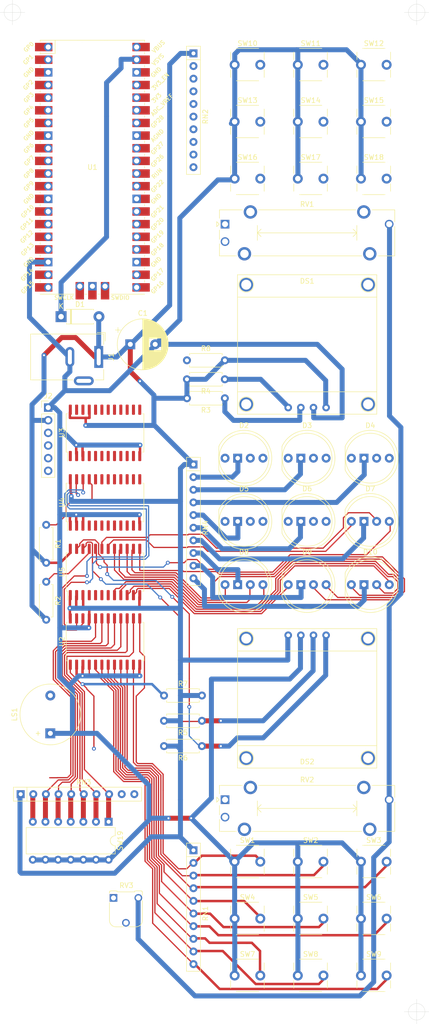
<source format=kicad_pcb>
(kicad_pcb (version 20171130) (host pcbnew "(5.1.10)-1")
  (layers (0 F.Cu signal) (31 B.Cu signal) (34 B.Paste user) (35 F.Paste user) (36 B.SilkS user) (37 F.SilkS user) (38 B.Mask user) (39 F.Mask user) (44 Edge.Cuts user))
  (net 0 "")
  (net 1 +5V)
  (net 2 Earth)
  (net 3 "Net-(LS1-Pad2)")
  (net 4 "Net-(RV1-Pad2)")
  (net 5 "Net-(RV2-Pad2)")
  (net 6 "Net-(U1-Pad43)")
  (net 7 "Net-(U1-Pad42)")
  (net 8 "Net-(U1-Pad41)")
  (net 9 "Net-(U1-Pad23)")
  (net 10 "Net-(U1-Pad28)")
  (net 11 "Net-(U1-Pad30)")
  (net 12 "Net-(U1-Pad37)")
  (net 13 "Net-(U1-Pad40)")
  (net 14 "Net-(U1-Pad19)")
  (net 15 "Net-(U1-Pad13)")
  (net 16 "Net-(U1-Pad10)")
  (net 17 "Net-(U1-Pad9)")
  (net 18 "Net-(U1-Pad8)")
  (net 19 "Net-(U1-Pad7)")
  (net 20 "Net-(U1-Pad6)")
  (net 21 "Net-(U1-Pad5)")
  (net 22 "Net-(U1-Pad4)")
  (net 23 "Net-(U1-Pad3)")
  (net 24 "Net-(U1-Pad2)")
  (net 25 "Net-(U1-Pad1)")
  (net 26 "Net-(D2-Pad4)")
  (net 27 "Net-(D2-Pad3)")
  (net 28 "Net-(D2-Pad2)")
  (net 29 "Net-(D2-Pad1)")
  (net 30 "Net-(D3-Pad4)")
  (net 31 "Net-(D3-Pad3)")
  (net 32 "Net-(D3-Pad2)")
  (net 33 "Net-(D3-Pad1)")
  (net 34 "Net-(D4-Pad4)")
  (net 35 "Net-(D4-Pad3)")
  (net 36 "Net-(D4-Pad2)")
  (net 37 "Net-(D4-Pad1)")
  (net 38 "Net-(D5-Pad4)")
  (net 39 "Net-(D5-Pad3)")
  (net 40 "Net-(D5-Pad2)")
  (net 41 "Net-(D5-Pad1)")
  (net 42 "Net-(D6-Pad4)")
  (net 43 "Net-(D6-Pad3)")
  (net 44 "Net-(D6-Pad2)")
  (net 45 "Net-(D6-Pad1)")
  (net 46 "Net-(D7-Pad4)")
  (net 47 "Net-(D7-Pad3)")
  (net 48 "Net-(D7-Pad2)")
  (net 49 "Net-(D7-Pad1)")
  (net 50 "Net-(D8-Pad4)")
  (net 51 "Net-(D8-Pad3)")
  (net 52 "Net-(D8-Pad2)")
  (net 53 "Net-(D8-Pad1)")
  (net 54 "Net-(D9-Pad4)")
  (net 55 "Net-(D9-Pad3)")
  (net 56 "Net-(D9-Pad2)")
  (net 57 "Net-(D9-Pad1)")
  (net 58 "Net-(D10-Pad4)")
  (net 59 "Net-(D10-Pad3)")
  (net 60 "Net-(D10-Pad2)")
  (net 61 "Net-(D10-Pad1)")
  (net 62 "Net-(R1-Pad1)")
  (net 63 "Net-(RN3-Pad10)")
  (net 64 "Net-(RN3-Pad9)")
  (net 65 "Net-(J2-Pad6)")
  (net 66 "Net-(J2-Pad5)")
  (net 67 "Net-(J2-Pad4)")
  (net 68 "Net-(J2-Pad3)")
  (net 69 "Net-(R2-Pad1)")
  (net 70 "Net-(U1-Pad29)")
  (net 71 "Net-(D1-Pad1)")
  (net 72 sw1)
  (net 73 SDA0)
  (net 74 SCL0)
  (net 75 SDA1)
  (net 76 SCL1)
  (net 77 INT0)
  (net 78 INT1)
  (net 79 sw2)
  (net 80 sw3)
  (net 81 sw4)
  (net 82 sw5)
  (net 83 sw6)
  (net 84 sw7)
  (net 85 sw8)
  (net 86 sw9)
  (net 87 sw10)
  (net 88 sw11)
  (net 89 sw12)
  (net 90 sw13)
  (net 91 sw14)
  (net 92 sw15)
  (net 93 sw16)
  (net 94 sw17)
  (net 95 sw18)
  (net 96 sw25)
  (net 97 sw24)
  (net 98 sw23)
  (net 99 sw22)
  (net 100 sw21)
  (net 101 sw20)
  (net 102 sw19)
  (net 103 AGND)
  (net 104 +3V3)
  (net 105 "Net-(RV3-Pad2)")
  (net 106 "Net-(U1-Pad35)")
  (net 107 c1)
  (net 108 c2)
  (net 109 c3)
  (net 110 c4)
  (net 111 c5)
  (net 112 c6)
  (net 113 c7)
  (net 114 c8)
  (net 115 c9)
  (net 116 c10)
  (net 117 c11)
  (net 118 c12)
  (net 119 "Net-(U1-Pad38)")
  (net 120 "Net-(U1-Pad21)")
  (net 121 "Net-(U1-Pad22)")
  (module Package_SO:SOIC-24W_7.5x15.4mm_P1.27mm (layer F.Cu) (at -127 123.19 90)
    (fp_text reference U5 (at 0 -8.65 90) (layer F.SilkS))
    (fp_text value PCA9532D,112)
    (pad 24 smd roundrect (at 4.65 -6.985 90) (size 2.05 0.6) (layers F.Cu F.Paste F.Mask) (net 1 +5V))
    (pad 23 smd roundrect (at 4.65 -5.715 90) (size 2.05 0.6) (layers F.Cu F.Paste F.Mask) (net 75 SDA1))
    (pad 22 smd roundrect (at 4.65 -4.445 90) (size 2.05 0.6) (layers F.Cu F.Paste F.Mask) (net 76 SCL1))
    (pad 21 smd roundrect (at 4.65 -3.175 90) (size 2.05 0.6) (layers F.Cu F.Paste F.Mask) (net 69 "Net-(R2-Pad1)"))
    (pad 20 smd roundrect (at 4.65 -1.905 90) (size 2.05 0.6) (layers F.Cu F.Paste F.Mask) (net 46 "Net-(D7-Pad4)"))
    (pad 19 smd roundrect (at 4.65 -0.635 90) (size 2.05 0.6) (layers F.Cu F.Paste F.Mask) (net 47 "Net-(D7-Pad3)"))
    (pad 18 smd roundrect (at 4.65 0.635 90) (size 2.05 0.6) (layers F.Cu F.Paste F.Mask) (net 48 "Net-(D7-Pad2)"))
    (pad 17 smd roundrect (at 4.65 1.905 90) (size 2.05 0.6) (layers F.Cu F.Paste F.Mask) (net 50 "Net-(D8-Pad4)"))
    (pad 16 smd roundrect (at 4.65 3.175 90) (size 2.05 0.6) (layers F.Cu F.Paste F.Mask) (net 51 "Net-(D8-Pad3)"))
    (pad 15 smd roundrect (at 4.65 4.445 90) (size 2.05 0.6) (layers F.Cu F.Paste F.Mask) (net 52 "Net-(D8-Pad2)"))
    (pad 14 smd roundrect (at 4.65 5.715 90) (size 2.05 0.6) (layers F.Cu F.Paste F.Mask) (net 54 "Net-(D9-Pad4)"))
    (pad 13 smd roundrect (at 4.65 6.985 90) (size 2.05 0.6) (layers F.Cu F.Paste F.Mask) (net 55 "Net-(D9-Pad3)"))
    (pad 12 smd roundrect (at -4.65 6.985 90) (size 2.05 0.6) (layers F.Cu F.Paste F.Mask) (net 2 Earth))
    (pad 11 smd roundrect (at -4.65 5.715 90) (size 2.05 0.6) (layers F.Cu F.Paste F.Mask) (net 56 "Net-(D9-Pad2)"))
    (pad 10 smd roundrect (at -4.65 4.445 90) (size 2.05 0.6) (layers F.Cu F.Paste F.Mask) (net 58 "Net-(D10-Pad4)"))
    (pad 9 smd roundrect (at -4.65 3.175 90) (size 2.05 0.6) (layers F.Cu F.Paste F.Mask) (net 59 "Net-(D10-Pad3)"))
    (pad 8 smd roundrect (at -4.65 1.905 90) (size 2.05 0.6) (layers F.Cu F.Paste F.Mask) (net 60 "Net-(D10-Pad2)"))
    (pad 7 smd roundrect (at -4.65 0.635 90) (size 2.05 0.6) (layers F.Cu F.Paste F.Mask) (net 118 c12))
    (pad 6 smd roundrect (at -4.65 -0.635 90) (size 2.05 0.6) (layers F.Cu F.Paste F.Mask) (net 117 c11))
    (pad 5 smd roundrect (at -4.65 -1.905 90) (size 2.05 0.6) (layers F.Cu F.Paste F.Mask) (net 116 c10))
    (pad 4 smd roundrect (at -4.65 -3.175 90) (size 2.05 0.6) (layers F.Cu F.Paste F.Mask) (net 115 c9))
    (pad 3 smd roundrect (at -4.65 -4.445 90) (size 2.05 0.6) (layers F.Cu F.Paste F.Mask) (net 2 Earth))
    (pad 2 smd roundrect (at -4.65 -5.715 90) (size 2.05 0.6) (layers F.Cu F.Paste F.Mask) (net 2 Earth))
    (pad 1 smd roundrect (at -4.65 -6.985 90) (size 2.05 0.6) (layers F.Cu F.Paste F.Mask) (net 1 +5V))
  )
  (module Package_SO:SOIC-24W_7.5x15.4mm_P1.27mm (layer F.Cu) (at -127 109.22 90)
    (fp_text reference U4 (at 0 -8.65 90) (layer F.SilkS))
    (fp_text value PCA9532D,112)
    (pad 24 smd roundrect (at 4.65 -6.985 90) (size 2.05 0.6) (layers F.Cu F.Paste F.Mask) (net 1 +5V))
    (pad 23 smd roundrect (at 4.65 -5.715 90) (size 2.05 0.6) (layers F.Cu F.Paste F.Mask) (net 73 SDA0))
    (pad 22 smd roundrect (at 4.65 -4.445 90) (size 2.05 0.6) (layers F.Cu F.Paste F.Mask) (net 74 SCL0))
    (pad 21 smd roundrect (at 4.65 -3.175 90) (size 2.05 0.6) (layers F.Cu F.Paste F.Mask) (net 62 "Net-(R1-Pad1)"))
    (pad 20 smd roundrect (at 4.65 -1.905 90) (size 2.05 0.6) (layers F.Cu F.Paste F.Mask) (net 26 "Net-(D2-Pad4)"))
    (pad 19 smd roundrect (at 4.65 -0.635 90) (size 2.05 0.6) (layers F.Cu F.Paste F.Mask) (net 27 "Net-(D2-Pad3)"))
    (pad 18 smd roundrect (at 4.65 0.635 90) (size 2.05 0.6) (layers F.Cu F.Paste F.Mask) (net 28 "Net-(D2-Pad2)"))
    (pad 17 smd roundrect (at 4.65 1.905 90) (size 2.05 0.6) (layers F.Cu F.Paste F.Mask) (net 30 "Net-(D3-Pad4)"))
    (pad 16 smd roundrect (at 4.65 3.175 90) (size 2.05 0.6) (layers F.Cu F.Paste F.Mask) (net 31 "Net-(D3-Pad3)"))
    (pad 15 smd roundrect (at 4.65 4.445 90) (size 2.05 0.6) (layers F.Cu F.Paste F.Mask) (net 32 "Net-(D3-Pad2)"))
    (pad 14 smd roundrect (at 4.65 5.715 90) (size 2.05 0.6) (layers F.Cu F.Paste F.Mask) (net 34 "Net-(D4-Pad4)"))
    (pad 13 smd roundrect (at 4.65 6.985 90) (size 2.05 0.6) (layers F.Cu F.Paste F.Mask) (net 35 "Net-(D4-Pad3)"))
    (pad 12 smd roundrect (at -4.65 6.985 90) (size 2.05 0.6) (layers F.Cu F.Paste F.Mask) (net 2 Earth))
    (pad 11 smd roundrect (at -4.65 5.715 90) (size 2.05 0.6) (layers F.Cu F.Paste F.Mask) (net 36 "Net-(D4-Pad2)"))
    (pad 10 smd roundrect (at -4.65 4.445 90) (size 2.05 0.6) (layers F.Cu F.Paste F.Mask) (net 38 "Net-(D5-Pad4)"))
    (pad 9 smd roundrect (at -4.65 3.175 90) (size 2.05 0.6) (layers F.Cu F.Paste F.Mask) (net 39 "Net-(D5-Pad3)"))
    (pad 8 smd roundrect (at -4.65 1.905 90) (size 2.05 0.6) (layers F.Cu F.Paste F.Mask) (net 40 "Net-(D5-Pad2)"))
    (pad 7 smd roundrect (at -4.65 0.635 90) (size 2.05 0.6) (layers F.Cu F.Paste F.Mask) (net 42 "Net-(D6-Pad4)"))
    (pad 6 smd roundrect (at -4.65 -0.635 90) (size 2.05 0.6) (layers F.Cu F.Paste F.Mask) (net 43 "Net-(D6-Pad3)"))
    (pad 5 smd roundrect (at -4.65 -1.905 90) (size 2.05 0.6) (layers F.Cu F.Paste F.Mask) (net 44 "Net-(D6-Pad2)"))
    (pad 4 smd roundrect (at -4.65 -3.175 90) (size 2.05 0.6) (layers F.Cu F.Paste F.Mask) (net 114 c8))
    (pad 3 smd roundrect (at -4.65 -4.445 90) (size 2.05 0.6) (layers F.Cu F.Paste F.Mask) (net 2 Earth))
    (pad 2 smd roundrect (at -4.65 -5.715 90) (size 2.05 0.6) (layers F.Cu F.Paste F.Mask) (net 2 Earth))
    (pad 1 smd roundrect (at -4.65 -6.985 90) (size 2.05 0.6) (layers F.Cu F.Paste F.Mask) (net 2 Earth))
  )
  (module Buzzer_Beeper:Buzzer_12x9.5RM7.6 (layer F.Cu) (at -138 155.59 90)
    (fp_text reference LS1 (at 3.8 -7.2 90) (layer F.SilkS))
    (fp_text value Speaker)
    (fp_text user + (at -0.01 -2.54 90) (layer F.SilkS))
    (pad 2 thru_hole circle (at 7.6 0 90) (size 2 2) (drill 1) (layers *.Cu *.Mask) (net 3 "Net-(LS1-Pad2)"))
    (pad 1 thru_hole rect (at 0 0 90) (size 2 2) (drill 1) (layers *.Cu *.Mask) (net 2 Earth))
  )
  (module Potentiometer_THT:Potentiometer_Runtron_RM-065_Vertical (layer F.Cu) (at -125.3 188.63)
    (fp_text reference RV3 (at 2.6 -2.5) (layer F.SilkS))
    (fp_text value R_POT_TRIM)
    (pad 2 thru_hole circle (at 2.5 5) (size 1.55 1.55) (drill 1) (layers *.Cu *.Mask) (net 105 "Net-(RV3-Pad2)"))
    (pad 1 thru_hole rect (at 0 0) (size 1.55 1.55) (drill 1) (layers *.Cu *.Mask) (net 103 AGND))
    (pad 3 thru_hole circle (at 5 0) (size 1.55 1.55) (drill 1) (layers *.Cu *.Mask) (net 104 +3V3))
  )
  (module Display:OLED__module_128x64 (layer F.Cu) (at -86.36 162.56)
    (fp_text reference DS2 (at 0 -1.27) (layer F.SilkS))
    (fp_text value OLED_module_128x64)
    (pad "" thru_hole circle (at 12.25 -2) (size 2.75 2.75) (drill 2) (layers *.Cu *.Mask))
    (pad "" thru_hole circle (at -12.25 -2) (size 2.75 2.75) (drill 2) (layers *.Cu *.Mask))
    (pad "" thru_hole circle (at -12.25 -26) (size 2.75 2.75) (drill 2) (layers *.Cu *.Mask))
    (pad "" thru_hole circle (at 12.25 -26) (size 2.75 2.75) (drill 2) (layers *.Cu *.Mask))
    (pad 4 thru_hole circle (at 3.81 -26.67) (size 1.524 1.524) (drill 0.762) (layers *.Cu *.Mask) (net 75 SDA1))
    (pad 3 thru_hole circle (at 1.27 -26.67) (size 1.524 1.524) (drill 0.762) (layers *.Cu *.Mask) (net 76 SCL1))
    (pad 2 thru_hole circle (at -1.27 -26.67) (size 1.524 1.524) (drill 0.762) (layers *.Cu *.Mask) (net 2 Earth))
    (pad 1 thru_hole circle (at -3.81 -26.67) (size 1.524 1.524) (drill 0.762) (layers *.Cu *.Mask) (net 1 +5V))
  )
  (module Display:OLED__module_128x64 (layer F.Cu) (at -86.36 63.5 180)
    (fp_text reference DS1 (at 0 -1.27) (layer F.SilkS))
    (fp_text value OLED_module_128x64)
    (pad "" thru_hole circle (at 12.25 -2 180) (size 2.75 2.75) (drill 2) (layers *.Cu *.Mask))
    (pad "" thru_hole circle (at -12.25 -2 180) (size 2.75 2.75) (drill 2) (layers *.Cu *.Mask))
    (pad "" thru_hole circle (at -12.25 -26 180) (size 2.75 2.75) (drill 2) (layers *.Cu *.Mask))
    (pad "" thru_hole circle (at 12.25 -26 180) (size 2.75 2.75) (drill 2) (layers *.Cu *.Mask))
    (pad 4 thru_hole circle (at 3.81 -26.67 180) (size 1.524 1.524) (drill 0.762) (layers *.Cu *.Mask) (net 73 SDA0))
    (pad 3 thru_hole circle (at 1.27 -26.67 180) (size 1.524 1.524) (drill 0.762) (layers *.Cu *.Mask) (net 74 SCL0))
    (pad 2 thru_hole circle (at -1.27 -26.67 180) (size 1.524 1.524) (drill 0.762) (layers *.Cu *.Mask) (net 2 Earth))
    (pad 1 thru_hole circle (at -3.81 -26.67 180) (size 1.524 1.524) (drill 0.762) (layers *.Cu *.Mask) (net 1 +5V))
  )
  (module Resistor_THT:R_Axial_DIN0207_L6.3mm_D2.5mm_P7.62mm_Horizontal (layer F.Cu) (at -110.53 80.68)
    (fp_text reference R8 (at 3.81 -2.37) (layer F.SilkS))
    (fp_text value 10k)
    (pad 2 thru_hole oval (at 7.62 0) (size 1.6 1.6) (drill 0.8) (layers *.Cu *.Mask) (net 1 +5V))
    (pad 1 thru_hole circle (at 0 0) (size 1.6 1.6) (drill 0.8) (layers *.Cu *.Mask) (net 78 INT1))
  )
  (module Resistor_THT:R_Axial_DIN0207_L6.3mm_D2.5mm_P7.62mm_Horizontal (layer F.Cu) (at -115.14 147.99)
    (fp_text reference R7 (at 3.81 -2.37) (layer F.SilkS))
    (fp_text value 10k)
    (pad 2 thru_hole oval (at 7.62 0) (size 1.6 1.6) (drill 0.8) (layers *.Cu *.Mask) (net 1 +5V))
    (pad 1 thru_hole circle (at 0 0) (size 1.6 1.6) (drill 0.8) (layers *.Cu *.Mask) (net 77 INT0))
  )
  (module Resistor_THT:R_Axial_DIN0207_L6.3mm_D2.5mm_P7.62mm_Horizontal (layer F.Cu) (at -107.52 158.15 180)
    (fp_text reference R6 (at 3.81 -2.37) (layer F.SilkS))
    (fp_text value 10k)
    (pad 2 thru_hole oval (at 7.62 0 180) (size 1.6 1.6) (drill 0.8) (layers *.Cu *.Mask) (net 1 +5V))
    (pad 1 thru_hole circle (at 0 0 180) (size 1.6 1.6) (drill 0.8) (layers *.Cu *.Mask) (net 75 SDA1))
  )
  (module Resistor_THT:R_Axial_DIN0207_L6.3mm_D2.5mm_P7.62mm_Horizontal (layer F.Cu) (at -107.52 153.07 180)
    (fp_text reference R5 (at 3.81 -2.37) (layer F.SilkS))
    (fp_text value 10k)
    (pad 2 thru_hole oval (at 7.62 0 180) (size 1.6 1.6) (drill 0.8) (layers *.Cu *.Mask) (net 1 +5V))
    (pad 1 thru_hole circle (at 0 0 180) (size 1.6 1.6) (drill 0.8) (layers *.Cu *.Mask) (net 76 SCL1))
  )
  (module Resistor_THT:R_Axial_DIN0207_L6.3mm_D2.5mm_P7.62mm_Horizontal (layer F.Cu) (at -102.91 84.49 180)
    (fp_text reference R4 (at 3.81 -2.37) (layer F.SilkS))
    (fp_text value 10k)
    (pad 2 thru_hole oval (at 7.62 0 180) (size 1.6 1.6) (drill 0.8) (layers *.Cu *.Mask) (net 1 +5V))
    (pad 1 thru_hole circle (at 0 0 180) (size 1.6 1.6) (drill 0.8) (layers *.Cu *.Mask) (net 73 SDA0))
  )
  (module Resistor_THT:R_Axial_DIN0207_L6.3mm_D2.5mm_P7.62mm_Horizontal (layer F.Cu) (at -102.91 88.3 180)
    (fp_text reference R3 (at 3.81 -2.37) (layer F.SilkS))
    (fp_text value 10k)
    (pad 2 thru_hole oval (at 7.62 0 180) (size 1.6 1.6) (drill 0.8) (layers *.Cu *.Mask) (net 1 +5V))
    (pad 1 thru_hole circle (at 0 0 180) (size 1.6 1.6) (drill 0.8) (layers *.Cu *.Mask) (net 74 SCL0))
  )
  (module Capacitor_THT:CP_Radial_D10.0mm_P5.00mm (layer F.Cu) (at -121.92 77.47)
    (fp_text reference C1 (at 2.5 -6.25) (layer F.SilkS))
    (fp_text value "10 μf")
    (pad 2 thru_hole circle (at 5 0) (size 2 2) (drill 1) (layers *.Cu *.Mask) (net 2 Earth))
    (pad 1 thru_hole rect (at 0 0) (size 2 2) (drill 1) (layers *.Cu *.Mask) (net 1 +5V))
  )
  (module LED_THT:LED_D10.0mm_RGB (layer F.Cu) (at -74.93 125.73)
    (fp_text reference D10 (at 1.27 -6.56) (layer F.SilkS))
    (fp_text value LED_ABGR)
    (pad 2 thru_hole circle (at -2.54 0) (size 1.8 1.8) (drill 0.9) (layers *.Cu *.Mask) (net 60 "Net-(D10-Pad2)"))
    (pad 4 thru_hole circle (at 5.08 0) (size 1.8 1.8) (drill 0.9) (layers *.Cu *.Mask) (net 58 "Net-(D10-Pad4)"))
    (pad 3 thru_hole circle (at 2.54 0) (size 1.8 1.8) (drill 0.9) (layers *.Cu *.Mask) (net 59 "Net-(D10-Pad3)"))
    (pad 1 thru_hole rect (at 0 0) (size 1.8 1.8) (drill 0.9) (layers *.Cu *.Mask) (net 61 "Net-(D10-Pad1)"))
  )
  (module LED_THT:LED_D10.0mm_RGB (layer F.Cu) (at -87.63 125.73)
    (fp_text reference D9 (at 1.27 -6.56) (layer F.SilkS))
    (fp_text value LED_ABGR)
    (pad 2 thru_hole circle (at -2.54 0) (size 1.8 1.8) (drill 0.9) (layers *.Cu *.Mask) (net 56 "Net-(D9-Pad2)"))
    (pad 4 thru_hole circle (at 5.08 0) (size 1.8 1.8) (drill 0.9) (layers *.Cu *.Mask) (net 54 "Net-(D9-Pad4)"))
    (pad 3 thru_hole circle (at 2.54 0) (size 1.8 1.8) (drill 0.9) (layers *.Cu *.Mask) (net 55 "Net-(D9-Pad3)"))
    (pad 1 thru_hole rect (at 0 0) (size 1.8 1.8) (drill 0.9) (layers *.Cu *.Mask) (net 57 "Net-(D9-Pad1)"))
  )
  (module LED_THT:LED_D10.0mm_RGB (layer F.Cu) (at -100.33 125.73)
    (fp_text reference D8 (at 1.27 -6.56) (layer F.SilkS))
    (fp_text value LED_ABGR)
    (pad 2 thru_hole circle (at -2.54 0) (size 1.8 1.8) (drill 0.9) (layers *.Cu *.Mask) (net 52 "Net-(D8-Pad2)"))
    (pad 4 thru_hole circle (at 5.08 0) (size 1.8 1.8) (drill 0.9) (layers *.Cu *.Mask) (net 50 "Net-(D8-Pad4)"))
    (pad 3 thru_hole circle (at 2.54 0) (size 1.8 1.8) (drill 0.9) (layers *.Cu *.Mask) (net 51 "Net-(D8-Pad3)"))
    (pad 1 thru_hole rect (at 0 0) (size 1.8 1.8) (drill 0.9) (layers *.Cu *.Mask) (net 53 "Net-(D8-Pad1)"))
  )
  (module LED_THT:LED_D10.0mm_RGB (layer F.Cu) (at -74.93 113.03)
    (fp_text reference D7 (at 1.27 -6.56) (layer F.SilkS))
    (fp_text value LED_ABGR)
    (pad 2 thru_hole circle (at -2.54 0) (size 1.8 1.8) (drill 0.9) (layers *.Cu *.Mask) (net 48 "Net-(D7-Pad2)"))
    (pad 4 thru_hole circle (at 5.08 0) (size 1.8 1.8) (drill 0.9) (layers *.Cu *.Mask) (net 46 "Net-(D7-Pad4)"))
    (pad 3 thru_hole circle (at 2.54 0) (size 1.8 1.8) (drill 0.9) (layers *.Cu *.Mask) (net 47 "Net-(D7-Pad3)"))
    (pad 1 thru_hole rect (at 0 0) (size 1.8 1.8) (drill 0.9) (layers *.Cu *.Mask) (net 49 "Net-(D7-Pad1)"))
  )
  (module LED_THT:LED_D10.0mm_RGB (layer F.Cu) (at -87.63 113.03)
    (fp_text reference D6 (at 1.27 -6.56) (layer F.SilkS))
    (fp_text value LED_ABGR)
    (pad 2 thru_hole circle (at -2.54 0) (size 1.8 1.8) (drill 0.9) (layers *.Cu *.Mask) (net 44 "Net-(D6-Pad2)"))
    (pad 4 thru_hole circle (at 5.08 0) (size 1.8 1.8) (drill 0.9) (layers *.Cu *.Mask) (net 42 "Net-(D6-Pad4)"))
    (pad 3 thru_hole circle (at 2.54 0) (size 1.8 1.8) (drill 0.9) (layers *.Cu *.Mask) (net 43 "Net-(D6-Pad3)"))
    (pad 1 thru_hole rect (at 0 0) (size 1.8 1.8) (drill 0.9) (layers *.Cu *.Mask) (net 45 "Net-(D6-Pad1)"))
  )
  (module LED_THT:LED_D10.0mm_RGB (layer F.Cu) (at -100.33 113.03)
    (fp_text reference D5 (at 1.27 -6.56) (layer F.SilkS))
    (fp_text value LED_ABGR)
    (pad 2 thru_hole circle (at -2.54 0) (size 1.8 1.8) (drill 0.9) (layers *.Cu *.Mask) (net 40 "Net-(D5-Pad2)"))
    (pad 4 thru_hole circle (at 5.08 0) (size 1.8 1.8) (drill 0.9) (layers *.Cu *.Mask) (net 38 "Net-(D5-Pad4)"))
    (pad 3 thru_hole circle (at 2.54 0) (size 1.8 1.8) (drill 0.9) (layers *.Cu *.Mask) (net 39 "Net-(D5-Pad3)"))
    (pad 1 thru_hole rect (at 0 0) (size 1.8 1.8) (drill 0.9) (layers *.Cu *.Mask) (net 41 "Net-(D5-Pad1)"))
  )
  (module LED_THT:LED_D10.0mm_RGB (layer F.Cu) (at -74.93 100.33)
    (fp_text reference D4 (at 1.27 -6.56) (layer F.SilkS))
    (fp_text value LED_ABGR)
    (pad 2 thru_hole circle (at -2.54 0) (size 1.8 1.8) (drill 0.9) (layers *.Cu *.Mask) (net 36 "Net-(D4-Pad2)"))
    (pad 4 thru_hole circle (at 5.08 0) (size 1.8 1.8) (drill 0.9) (layers *.Cu *.Mask) (net 34 "Net-(D4-Pad4)"))
    (pad 3 thru_hole circle (at 2.54 0) (size 1.8 1.8) (drill 0.9) (layers *.Cu *.Mask) (net 35 "Net-(D4-Pad3)"))
    (pad 1 thru_hole rect (at 0 0) (size 1.8 1.8) (drill 0.9) (layers *.Cu *.Mask) (net 37 "Net-(D4-Pad1)"))
  )
  (module LED_THT:LED_D10.0mm_RGB (layer F.Cu) (at -87.63 100.33)
    (fp_text reference D3 (at 1.27 -6.56) (layer F.SilkS))
    (fp_text value LED_ABGR)
    (pad 2 thru_hole circle (at -2.54 0) (size 1.8 1.8) (drill 0.9) (layers *.Cu *.Mask) (net 32 "Net-(D3-Pad2)"))
    (pad 4 thru_hole circle (at 5.08 0) (size 1.8 1.8) (drill 0.9) (layers *.Cu *.Mask) (net 30 "Net-(D3-Pad4)"))
    (pad 3 thru_hole circle (at 2.54 0) (size 1.8 1.8) (drill 0.9) (layers *.Cu *.Mask) (net 31 "Net-(D3-Pad3)"))
    (pad 1 thru_hole rect (at 0 0) (size 1.8 1.8) (drill 0.9) (layers *.Cu *.Mask) (net 33 "Net-(D3-Pad1)"))
  )
  (module LED_THT:LED_D10.0mm_RGB (layer F.Cu) (at -100.33 100.33)
    (fp_text reference D2 (at 1.27 -6.56) (layer F.SilkS))
    (fp_text value LED_ABGR)
    (pad 2 thru_hole circle (at -2.54 0) (size 1.8 1.8) (drill 0.9) (layers *.Cu *.Mask) (net 28 "Net-(D2-Pad2)"))
    (pad 4 thru_hole circle (at 5.08 0) (size 1.8 1.8) (drill 0.9) (layers *.Cu *.Mask) (net 26 "Net-(D2-Pad4)"))
    (pad 3 thru_hole circle (at 2.54 0) (size 1.8 1.8) (drill 0.9) (layers *.Cu *.Mask) (net 27 "Net-(D2-Pad3)"))
    (pad 1 thru_hole rect (at 0 0) (size 1.8 1.8) (drill 0.9) (layers *.Cu *.Mask) (net 29 "Net-(D2-Pad1)"))
  )
  (module Resistor_THT:R_Axial_DIN0207_L6.3mm_D2.5mm_P7.62mm_Horizontal (layer F.Cu) (at -138.83 125.15 270)
    (fp_text reference R2 (at 3.81 -2.37 90) (layer F.SilkS))
    (fp_text value 10k)
    (pad 2 thru_hole oval (at 7.62 0 270) (size 1.6 1.6) (drill 0.8) (layers *.Cu *.Mask) (net 1 +5V))
    (pad 1 thru_hole circle (at 0 0 270) (size 1.6 1.6) (drill 0.8) (layers *.Cu *.Mask) (net 69 "Net-(R2-Pad1)"))
  )
  (module Connector_PinHeader_2.54mm:PinHeader_1x06_P2.54mm_Vertical (layer F.Cu) (at -138.43 90.17)
    (fp_text reference J2 (at 0 -2.33) (layer F.SilkS))
    (fp_text value Conn_01x06_Male)
    (pad 6 thru_hole oval (at 0 12.7) (size 1.7 1.7) (drill 1) (layers *.Cu *.Mask) (net 65 "Net-(J2-Pad6)"))
    (pad 5 thru_hole oval (at 0 10.16) (size 1.7 1.7) (drill 1) (layers *.Cu *.Mask) (net 66 "Net-(J2-Pad5)"))
    (pad 4 thru_hole oval (at 0 7.62) (size 1.7 1.7) (drill 1) (layers *.Cu *.Mask) (net 67 "Net-(J2-Pad4)"))
    (pad 3 thru_hole oval (at 0 5.08) (size 1.7 1.7) (drill 1) (layers *.Cu *.Mask) (net 68 "Net-(J2-Pad3)"))
    (pad 2 thru_hole oval (at 0 2.54) (size 1.7 1.7) (drill 1) (layers *.Cu *.Mask) (net 1 +5V))
    (pad 1 thru_hole rect (at 0 0) (size 1.7 1.7) (drill 1) (layers *.Cu *.Mask) (net 2 Earth))
  )
  (module Package_SO:SOIC-24W_7.5x15.4mm_P1.27mm (layer F.Cu) (at -127 95.25 90)
    (fp_text reference U3 (at 0 -8.65 90) (layer F.SilkS))
    (fp_text value PCA9555D)
    (pad 24 smd roundrect (at 4.65 -6.985 90) (size 2.05 0.6) (layers F.Cu F.Paste F.Mask) (net 1 +5V))
    (pad 23 smd roundrect (at 4.65 -5.715 90) (size 2.05 0.6) (layers F.Cu F.Paste F.Mask) (net 75 SDA1))
    (pad 22 smd roundrect (at 4.65 -4.445 90) (size 2.05 0.6) (layers F.Cu F.Paste F.Mask) (net 76 SCL1))
    (pad 21 smd roundrect (at 4.65 -3.175 90) (size 2.05 0.6) (layers F.Cu F.Paste F.Mask) (net 1 +5V))
    (pad 20 smd roundrect (at 4.65 -1.905 90) (size 2.05 0.6) (layers F.Cu F.Paste F.Mask) (net 113 c7))
    (pad 19 smd roundrect (at 4.65 -0.635 90) (size 2.05 0.6) (layers F.Cu F.Paste F.Mask) (net 112 c6))
    (pad 18 smd roundrect (at 4.65 0.635 90) (size 2.05 0.6) (layers F.Cu F.Paste F.Mask) (net 111 c5))
    (pad 17 smd roundrect (at 4.65 1.905 90) (size 2.05 0.6) (layers F.Cu F.Paste F.Mask) (net 110 c4))
    (pad 16 smd roundrect (at 4.65 3.175 90) (size 2.05 0.6) (layers F.Cu F.Paste F.Mask) (net 109 c3))
    (pad 15 smd roundrect (at 4.65 4.445 90) (size 2.05 0.6) (layers F.Cu F.Paste F.Mask) (net 108 c2))
    (pad 14 smd roundrect (at 4.65 5.715 90) (size 2.05 0.6) (layers F.Cu F.Paste F.Mask) (net 107 c1))
    (pad 13 smd roundrect (at 4.65 6.985 90) (size 2.05 0.6) (layers F.Cu F.Paste F.Mask) (net 95 sw18))
    (pad 12 smd roundrect (at -4.65 6.985 90) (size 2.05 0.6) (layers F.Cu F.Paste F.Mask) (net 2 Earth))
    (pad 11 smd roundrect (at -4.65 5.715 90) (size 2.05 0.6) (layers F.Cu F.Paste F.Mask) (net 94 sw17))
    (pad 10 smd roundrect (at -4.65 4.445 90) (size 2.05 0.6) (layers F.Cu F.Paste F.Mask) (net 93 sw16))
    (pad 9 smd roundrect (at -4.65 3.175 90) (size 2.05 0.6) (layers F.Cu F.Paste F.Mask) (net 92 sw15))
    (pad 8 smd roundrect (at -4.65 1.905 90) (size 2.05 0.6) (layers F.Cu F.Paste F.Mask) (net 91 sw14))
    (pad 7 smd roundrect (at -4.65 0.635 90) (size 2.05 0.6) (layers F.Cu F.Paste F.Mask) (net 90 sw13))
    (pad 6 smd roundrect (at -4.65 -0.635 90) (size 2.05 0.6) (layers F.Cu F.Paste F.Mask) (net 89 sw12))
    (pad 5 smd roundrect (at -4.65 -1.905 90) (size 2.05 0.6) (layers F.Cu F.Paste F.Mask) (net 88 sw11))
    (pad 4 smd roundrect (at -4.65 -3.175 90) (size 2.05 0.6) (layers F.Cu F.Paste F.Mask) (net 87 sw10))
    (pad 3 smd roundrect (at -4.65 -4.445 90) (size 2.05 0.6) (layers F.Cu F.Paste F.Mask) (net 2 Earth))
    (pad 2 smd roundrect (at -4.65 -5.715 90) (size 2.05 0.6) (layers F.Cu F.Paste F.Mask) (net 2 Earth))
    (pad 1 smd roundrect (at -4.65 -6.985 90) (size 2.05 0.6) (layers F.Cu F.Paste F.Mask) (net 78 INT1))
  )
  (module Package_DIP:DIP-14_W7.62mm (layer F.Cu) (at -126.281 173.341 270)
    (fp_text reference SW19 (at 3.81 -2.33 90) (layer F.SilkS))
    (fp_text value SW_DIP_x07)
    (pad 14 thru_hole oval (at 7.62 0 270) (size 1.6 1.6) (drill 0.8) (layers *.Cu *.Mask) (net 2 Earth))
    (pad 7 thru_hole oval (at 0 15.24 270) (size 1.6 1.6) (drill 0.8) (layers *.Cu *.Mask) (net 96 sw25))
    (pad 13 thru_hole oval (at 7.62 2.54 270) (size 1.6 1.6) (drill 0.8) (layers *.Cu *.Mask) (net 2 Earth))
    (pad 6 thru_hole oval (at 0 12.7 270) (size 1.6 1.6) (drill 0.8) (layers *.Cu *.Mask) (net 97 sw24))
    (pad 12 thru_hole oval (at 7.62 5.08 270) (size 1.6 1.6) (drill 0.8) (layers *.Cu *.Mask) (net 2 Earth))
    (pad 5 thru_hole oval (at 0 10.16 270) (size 1.6 1.6) (drill 0.8) (layers *.Cu *.Mask) (net 98 sw23))
    (pad 11 thru_hole oval (at 7.62 7.62 270) (size 1.6 1.6) (drill 0.8) (layers *.Cu *.Mask) (net 2 Earth))
    (pad 4 thru_hole oval (at 0 7.62 270) (size 1.6 1.6) (drill 0.8) (layers *.Cu *.Mask) (net 99 sw22))
    (pad 10 thru_hole oval (at 7.62 10.16 270) (size 1.6 1.6) (drill 0.8) (layers *.Cu *.Mask) (net 2 Earth))
    (pad 3 thru_hole oval (at 0 5.08 270) (size 1.6 1.6) (drill 0.8) (layers *.Cu *.Mask) (net 100 sw21))
    (pad 9 thru_hole oval (at 7.62 12.7 270) (size 1.6 1.6) (drill 0.8) (layers *.Cu *.Mask) (net 2 Earth))
    (pad 2 thru_hole oval (at 0 2.54 270) (size 1.6 1.6) (drill 0.8) (layers *.Cu *.Mask) (net 101 sw20))
    (pad 8 thru_hole oval (at 7.62 15.24 270) (size 1.6 1.6) (drill 0.8) (layers *.Cu *.Mask) (net 2 Earth))
    (pad 1 thru_hole rect (at 0 0 270) (size 1.6 1.6) (drill 0.8) (layers *.Cu *.Mask) (net 102 sw19))
  )
  (module Button_Switch_THT:SW_PUSH_6mm_2pin (layer F.Cu) (at -76.2 41.91)
    (fp_text reference SW18 (at 3.25 -2) (layer F.SilkS))
    (fp_text value SW_Push)
    (pad 1 thru_hole circle (at 5.8166 2.286 90) (size 2 2) (drill 1.1) (layers *.Cu *.Mask) (net 95 sw18))
    (pad 2 thru_hole circle (at 0.6604 2.286 90) (size 2 2) (drill 1.1) (layers *.Cu *.Mask) (net 2 Earth))
  )
  (module Button_Switch_THT:SW_PUSH_6mm_2pin (layer F.Cu) (at -88.9 41.91)
    (fp_text reference SW17 (at 3.25 -2) (layer F.SilkS))
    (fp_text value SW_Push)
    (pad 1 thru_hole circle (at 5.8166 2.286 90) (size 2 2) (drill 1.1) (layers *.Cu *.Mask) (net 94 sw17))
    (pad 2 thru_hole circle (at 0.6604 2.286 90) (size 2 2) (drill 1.1) (layers *.Cu *.Mask) (net 2 Earth))
  )
  (module Button_Switch_THT:SW_PUSH_6mm_2pin (layer F.Cu) (at -101.6 41.91)
    (fp_text reference SW16 (at 3.25 -2) (layer F.SilkS))
    (fp_text value SW_Push)
    (pad 1 thru_hole circle (at 5.8166 2.286 90) (size 2 2) (drill 1.1) (layers *.Cu *.Mask) (net 93 sw16))
    (pad 2 thru_hole circle (at 0.6604 2.286 90) (size 2 2) (drill 1.1) (layers *.Cu *.Mask) (net 2 Earth))
  )
  (module Button_Switch_THT:SW_PUSH_6mm_2pin (layer F.Cu) (at -76.2 30.48)
    (fp_text reference SW15 (at 3.25 -2) (layer F.SilkS))
    (fp_text value SW_Push)
    (pad 1 thru_hole circle (at 5.8166 2.286 90) (size 2 2) (drill 1.1) (layers *.Cu *.Mask) (net 92 sw15))
    (pad 2 thru_hole circle (at 0.6604 2.286 90) (size 2 2) (drill 1.1) (layers *.Cu *.Mask) (net 2 Earth))
  )
  (module Button_Switch_THT:SW_PUSH_6mm_2pin (layer F.Cu) (at -88.9 30.48)
    (fp_text reference SW14 (at 3.25 -2) (layer F.SilkS))
    (fp_text value SW_Push)
    (pad 1 thru_hole circle (at 5.8166 2.286 90) (size 2 2) (drill 1.1) (layers *.Cu *.Mask) (net 91 sw14))
    (pad 2 thru_hole circle (at 0.6604 2.286 90) (size 2 2) (drill 1.1) (layers *.Cu *.Mask) (net 2 Earth))
  )
  (module Button_Switch_THT:SW_PUSH_6mm_2pin (layer F.Cu) (at -101.6 30.48)
    (fp_text reference SW13 (at 3.25 -2) (layer F.SilkS))
    (fp_text value SW_Push)
    (pad 1 thru_hole circle (at 5.8166 2.286 90) (size 2 2) (drill 1.1) (layers *.Cu *.Mask) (net 90 sw13))
    (pad 2 thru_hole circle (at 0.6604 2.286 90) (size 2 2) (drill 1.1) (layers *.Cu *.Mask) (net 2 Earth))
  )
  (module Button_Switch_THT:SW_PUSH_6mm_2pin (layer F.Cu) (at -76.2 19.05)
    (fp_text reference SW12 (at 3.25 -2) (layer F.SilkS))
    (fp_text value SW_Push)
    (pad 1 thru_hole circle (at 5.8166 2.286 90) (size 2 2) (drill 1.1) (layers *.Cu *.Mask) (net 89 sw12))
    (pad 2 thru_hole circle (at 0.6604 2.286 90) (size 2 2) (drill 1.1) (layers *.Cu *.Mask) (net 2 Earth))
  )
  (module Button_Switch_THT:SW_PUSH_6mm_2pin (layer F.Cu) (at -88.9 19.05)
    (fp_text reference SW11 (at 3.25 -2) (layer F.SilkS))
    (fp_text value SW_Push)
    (pad 1 thru_hole circle (at 5.8166 2.286 90) (size 2 2) (drill 1.1) (layers *.Cu *.Mask) (net 88 sw11))
    (pad 2 thru_hole circle (at 0.6604 2.286 90) (size 2 2) (drill 1.1) (layers *.Cu *.Mask) (net 2 Earth))
  )
  (module Button_Switch_THT:SW_PUSH_6mm_2pin (layer F.Cu) (at -101.6 19.05)
    (fp_text reference SW10 (at 3.25 -2) (layer F.SilkS))
    (fp_text value SW_Push)
    (pad 1 thru_hole circle (at 5.8166 2.286 90) (size 2 2) (drill 1.1) (layers *.Cu *.Mask) (net 87 sw10))
    (pad 2 thru_hole circle (at 0.6604 2.286 90) (size 2 2) (drill 1.1) (layers *.Cu *.Mask) (net 2 Earth))
  )
  (module Resistor_THT:R_Array_SIP10 (layer F.Cu) (at -109.22 101.6 270)
    (fp_text reference RN4 (at 12.7 -2.4 90) (layer F.SilkS))
    (fp_text value 330)
    (pad 10 thru_hole oval (at 22.86 0 270) (size 1.6 1.6) (drill 0.8) (layers *.Cu *.Mask) (net 61 "Net-(D10-Pad1)"))
    (pad 9 thru_hole oval (at 20.32 0 270) (size 1.6 1.6) (drill 0.8) (layers *.Cu *.Mask) (net 57 "Net-(D9-Pad1)"))
    (pad 8 thru_hole oval (at 17.78 0 270) (size 1.6 1.6) (drill 0.8) (layers *.Cu *.Mask) (net 53 "Net-(D8-Pad1)"))
    (pad 7 thru_hole oval (at 15.24 0 270) (size 1.6 1.6) (drill 0.8) (layers *.Cu *.Mask) (net 49 "Net-(D7-Pad1)"))
    (pad 6 thru_hole oval (at 12.7 0 270) (size 1.6 1.6) (drill 0.8) (layers *.Cu *.Mask) (net 45 "Net-(D6-Pad1)"))
    (pad 5 thru_hole oval (at 10.16 0 270) (size 1.6 1.6) (drill 0.8) (layers *.Cu *.Mask) (net 41 "Net-(D5-Pad1)"))
    (pad 4 thru_hole oval (at 7.62 0 270) (size 1.6 1.6) (drill 0.8) (layers *.Cu *.Mask) (net 37 "Net-(D4-Pad1)"))
    (pad 3 thru_hole oval (at 5.08 0 270) (size 1.6 1.6) (drill 0.8) (layers *.Cu *.Mask) (net 33 "Net-(D3-Pad1)"))
    (pad 2 thru_hole oval (at 2.54 0 270) (size 1.6 1.6) (drill 0.8) (layers *.Cu *.Mask) (net 29 "Net-(D2-Pad1)"))
    (pad 1 thru_hole rect (at 0 0 270) (size 1.6 1.6) (drill 0.8) (layers *.Cu *.Mask) (net 1 +5V))
  )
  (module Resistor_THT:R_Array_SIP10 (layer F.Cu) (at -143.969 167.802)
    (fp_text reference RN3 (at 12.7 -2.4) (layer F.SilkS))
    (fp_text value 10k)
    (pad 10 thru_hole oval (at 22.86 0) (size 1.6 1.6) (drill 0.8) (layers *.Cu *.Mask) (net 63 "Net-(RN3-Pad10)"))
    (pad 9 thru_hole oval (at 20.32 0) (size 1.6 1.6) (drill 0.8) (layers *.Cu *.Mask) (net 64 "Net-(RN3-Pad9)"))
    (pad 8 thru_hole oval (at 17.78 0) (size 1.6 1.6) (drill 0.8) (layers *.Cu *.Mask) (net 102 sw19))
    (pad 7 thru_hole oval (at 15.24 0) (size 1.6 1.6) (drill 0.8) (layers *.Cu *.Mask) (net 101 sw20))
    (pad 6 thru_hole oval (at 12.7 0) (size 1.6 1.6) (drill 0.8) (layers *.Cu *.Mask) (net 100 sw21))
    (pad 5 thru_hole oval (at 10.16 0) (size 1.6 1.6) (drill 0.8) (layers *.Cu *.Mask) (net 99 sw22))
    (pad 4 thru_hole oval (at 7.62 0) (size 1.6 1.6) (drill 0.8) (layers *.Cu *.Mask) (net 98 sw23))
    (pad 3 thru_hole oval (at 5.08 0) (size 1.6 1.6) (drill 0.8) (layers *.Cu *.Mask) (net 97 sw24))
    (pad 2 thru_hole oval (at 2.54 0) (size 1.6 1.6) (drill 0.8) (layers *.Cu *.Mask) (net 96 sw25))
    (pad 1 thru_hole rect (at 0 0) (size 1.6 1.6) (drill 0.8) (layers *.Cu *.Mask) (net 1 +5V))
  )
  (module Resistor_THT:R_Array_SIP10 (layer F.Cu) (at -109.22 19.05 270)
    (fp_text reference RN2 (at 12.7 -2.4 90) (layer F.SilkS))
    (fp_text value 10k)
    (pad 10 thru_hole oval (at 22.86 0 270) (size 1.6 1.6) (drill 0.8) (layers *.Cu *.Mask) (net 95 sw18))
    (pad 9 thru_hole oval (at 20.32 0 270) (size 1.6 1.6) (drill 0.8) (layers *.Cu *.Mask) (net 94 sw17))
    (pad 8 thru_hole oval (at 17.78 0 270) (size 1.6 1.6) (drill 0.8) (layers *.Cu *.Mask) (net 93 sw16))
    (pad 7 thru_hole oval (at 15.24 0 270) (size 1.6 1.6) (drill 0.8) (layers *.Cu *.Mask) (net 92 sw15))
    (pad 6 thru_hole oval (at 12.7 0 270) (size 1.6 1.6) (drill 0.8) (layers *.Cu *.Mask) (net 91 sw14))
    (pad 5 thru_hole oval (at 10.16 0 270) (size 1.6 1.6) (drill 0.8) (layers *.Cu *.Mask) (net 90 sw13))
    (pad 4 thru_hole oval (at 7.62 0 270) (size 1.6 1.6) (drill 0.8) (layers *.Cu *.Mask) (net 89 sw12))
    (pad 3 thru_hole oval (at 5.08 0 270) (size 1.6 1.6) (drill 0.8) (layers *.Cu *.Mask) (net 88 sw11))
    (pad 2 thru_hole oval (at 2.54 0 270) (size 1.6 1.6) (drill 0.8) (layers *.Cu *.Mask) (net 87 sw10))
    (pad 1 thru_hole rect (at 0 0 270) (size 1.6 1.6) (drill 0.8) (layers *.Cu *.Mask) (net 1 +5V))
  )
  (module Resistor_THT:R_Axial_DIN0207_L6.3mm_D2.5mm_P7.62mm_Horizontal (layer F.Cu) (at -138.83 113.72 270)
    (fp_text reference R1 (at 3.81 -2.37 90) (layer F.SilkS))
    (fp_text value 10k)
    (pad 2 thru_hole oval (at 7.62 0 270) (size 1.6 1.6) (drill 0.8) (layers *.Cu *.Mask) (net 1 +5V))
    (pad 1 thru_hole circle (at 0 0 270) (size 1.6 1.6) (drill 0.8) (layers *.Cu *.Mask) (net 62 "Net-(R1-Pad1)"))
  )
  (module Package_SO:SOIC-24W_7.5x15.4mm_P1.27mm (layer F.Cu) (at -127 137.16 90)
    (fp_text reference U2 (at 0 -8.65 90) (layer F.SilkS))
    (fp_text value PCA9555D)
    (pad 24 smd roundrect (at 4.65 -6.985 90) (size 2.05 0.6) (layers F.Cu F.Paste F.Mask) (net 1 +5V))
    (pad 23 smd roundrect (at 4.65 -5.715 90) (size 2.05 0.6) (layers F.Cu F.Paste F.Mask) (net 73 SDA0))
    (pad 22 smd roundrect (at 4.65 -4.445 90) (size 2.05 0.6) (layers F.Cu F.Paste F.Mask) (net 74 SCL0))
    (pad 21 smd roundrect (at 4.65 -3.175 90) (size 2.05 0.6) (layers F.Cu F.Paste F.Mask) (net 2 Earth))
    (pad 20 smd roundrect (at 4.65 -1.905 90) (size 2.05 0.6) (layers F.Cu F.Paste F.Mask) (net 96 sw25))
    (pad 19 smd roundrect (at 4.65 -0.635 90) (size 2.05 0.6) (layers F.Cu F.Paste F.Mask) (net 97 sw24))
    (pad 18 smd roundrect (at 4.65 0.635 90) (size 2.05 0.6) (layers F.Cu F.Paste F.Mask) (net 98 sw23))
    (pad 17 smd roundrect (at 4.65 1.905 90) (size 2.05 0.6) (layers F.Cu F.Paste F.Mask) (net 99 sw22))
    (pad 16 smd roundrect (at 4.65 3.175 90) (size 2.05 0.6) (layers F.Cu F.Paste F.Mask) (net 100 sw21))
    (pad 15 smd roundrect (at 4.65 4.445 90) (size 2.05 0.6) (layers F.Cu F.Paste F.Mask) (net 101 sw20))
    (pad 14 smd roundrect (at 4.65 5.715 90) (size 2.05 0.6) (layers F.Cu F.Paste F.Mask) (net 102 sw19))
    (pad 13 smd roundrect (at 4.65 6.985 90) (size 2.05 0.6) (layers F.Cu F.Paste F.Mask) (net 72 sw1))
    (pad 12 smd roundrect (at -4.65 6.985 90) (size 2.05 0.6) (layers F.Cu F.Paste F.Mask) (net 2 Earth))
    (pad 11 smd roundrect (at -4.65 5.715 90) (size 2.05 0.6) (layers F.Cu F.Paste F.Mask) (net 79 sw2))
    (pad 10 smd roundrect (at -4.65 4.445 90) (size 2.05 0.6) (layers F.Cu F.Paste F.Mask) (net 80 sw3))
    (pad 9 smd roundrect (at -4.65 3.175 90) (size 2.05 0.6) (layers F.Cu F.Paste F.Mask) (net 81 sw4))
    (pad 8 smd roundrect (at -4.65 1.905 90) (size 2.05 0.6) (layers F.Cu F.Paste F.Mask) (net 82 sw5))
    (pad 7 smd roundrect (at -4.65 0.635 90) (size 2.05 0.6) (layers F.Cu F.Paste F.Mask) (net 83 sw6))
    (pad 6 smd roundrect (at -4.65 -0.635 90) (size 2.05 0.6) (layers F.Cu F.Paste F.Mask) (net 84 sw7))
    (pad 5 smd roundrect (at -4.65 -1.905 90) (size 2.05 0.6) (layers F.Cu F.Paste F.Mask) (net 85 sw8))
    (pad 4 smd roundrect (at -4.65 -3.175 90) (size 2.05 0.6) (layers F.Cu F.Paste F.Mask) (net 86 sw9))
    (pad 3 smd roundrect (at -4.65 -4.445 90) (size 2.05 0.6) (layers F.Cu F.Paste F.Mask) (net 2 Earth))
    (pad 2 smd roundrect (at -4.65 -5.715 90) (size 2.05 0.6) (layers F.Cu F.Paste F.Mask) (net 2 Earth))
    (pad 1 smd roundrect (at -4.65 -6.985 90) (size 2.05 0.6) (layers F.Cu F.Paste F.Mask) (net 77 INT0))
  )
  (module MCU_RaspberryPi_and_Boards:RPi_Pico_SMD_TH (layer F.Cu) (at -129.54 41.91)
    (fp_text reference U1 (at 0 0) (layer F.SilkS))
    (fp_text value Pico)
    (fp_text user SWDIO (at 5.6 26.2) (layer F.SilkS) (effects (font (size 0.8 0.8))))
    (fp_text user SWCLK (at -5.7 26.2) (layer F.SilkS) (effects (font (size 0.8 0.8))))
    (fp_text user AGND (at 13.054 -6.35 45) (layer F.SilkS) (effects (font (size 0.8 0.8))))
    (fp_text user GND (at 12.8 -19.05 45) (layer F.SilkS) (effects (font (size 0.8 0.8))))
    (fp_text user GND (at 12.8 6.35 45) (layer F.SilkS) (effects (font (size 0.8 0.8))))
    (fp_text user GND (at 12.8 19.05 45) (layer F.SilkS) (effects (font (size 0.8 0.8))))
    (fp_text user GND (at -12.8 19.05 45) (layer F.SilkS) (effects (font (size 0.8 0.8))))
    (fp_text user GND (at -12.8 6.35 45) (layer F.SilkS) (effects (font (size 0.8 0.8))))
    (fp_text user GND (at -12.8 -6.35 45) (layer F.SilkS) (effects (font (size 0.8 0.8))))
    (fp_text user GND (at -12.8 -19.05 45) (layer F.SilkS) (effects (font (size 0.8 0.8))))
    (fp_text user VBUS (at 13.3 -24.2 45) (layer F.SilkS) (effects (font (size 0.8 0.8))))
    (fp_text user VSYS (at 13.2 -21.59 45) (layer F.SilkS) (effects (font (size 0.8 0.8))))
    (fp_text user 3V3_EN (at 13.7 -17.2 45) (layer F.SilkS) (effects (font (size 0.8 0.8))))
    (fp_text user 3V3 (at 12.9 -13.9 45) (layer F.SilkS) (effects (font (size 0.8 0.8))))
    (fp_text user ADC_VREF (at 14 -12.5 45) (layer F.SilkS) (effects (font (size 0.8 0.8))))
    (fp_text user GP28 (at 13.054 -9.144 45) (layer F.SilkS) (effects (font (size 0.8 0.8))))
    (fp_text user GP27 (at 13.054 -3.8 45) (layer F.SilkS) (effects (font (size 0.8 0.8))))
    (fp_text user GP26 (at 13.054 -1.27 45) (layer F.SilkS) (effects (font (size 0.8 0.8))))
    (fp_text user RUN (at 13 1.27 45) (layer F.SilkS) (effects (font (size 0.8 0.8))))
    (fp_text user GP22 (at 13.054 3.81 45) (layer F.SilkS) (effects (font (size 0.8 0.8))))
    (fp_text user GP21 (at 13.054 8.9 45) (layer F.SilkS) (effects (font (size 0.8 0.8))))
    (fp_text user GP20 (at 13.054 11.43 45) (layer F.SilkS) (effects (font (size 0.8 0.8))))
    (fp_text user GP19 (at 13.054 13.97 45) (layer F.SilkS) (effects (font (size 0.8 0.8))))
    (fp_text user GP18 (at 13.054 16.51 45) (layer F.SilkS) (effects (font (size 0.8 0.8))))
    (fp_text user GP17 (at 13.054 21.59 45) (layer F.SilkS) (effects (font (size 0.8 0.8))))
    (fp_text user GP16 (at 13.054 24.13 45) (layer F.SilkS) (effects (font (size 0.8 0.8))))
    (fp_text user GP15 (at -13.054 24.13 45) (layer F.SilkS) (effects (font (size 0.8 0.8))))
    (fp_text user GP14 (at -13.1 21.59 45) (layer F.SilkS) (effects (font (size 0.8 0.8))))
    (fp_text user GP13 (at -13.054 16.51 45) (layer F.SilkS) (effects (font (size 0.8 0.8))))
    (fp_text user GP12 (at -13.2 13.97 45) (layer F.SilkS) (effects (font (size 0.8 0.8))))
    (fp_text user GP11 (at -13.2 11.43 45) (layer F.SilkS) (effects (font (size 0.8 0.8))))
    (fp_text user GP10 (at -13.054 8.89 45) (layer F.SilkS) (effects (font (size 0.8 0.8))))
    (fp_text user GP9 (at -12.8 3.81 45) (layer F.SilkS) (effects (font (size 0.8 0.8))))
    (fp_text user GP8 (at -12.8 1.27 45) (layer F.SilkS) (effects (font (size 0.8 0.8))))
    (fp_text user GP7 (at -12.7 -1.3 45) (layer F.SilkS) (effects (font (size 0.8 0.8))))
    (fp_text user GP6 (at -12.8 -3.81 45) (layer F.SilkS) (effects (font (size 0.8 0.8))))
    (fp_text user GP5 (at -12.8 -8.89 45) (layer F.SilkS) (effects (font (size 0.8 0.8))))
    (fp_text user GP4 (at -12.8 -11.43 45) (layer F.SilkS) (effects (font (size 0.8 0.8))))
    (fp_text user GP3 (at -12.8 -13.97 45) (layer F.SilkS) (effects (font (size 0.8 0.8))))
    (fp_text user GP0 (at -12.8 -24.13 45) (layer F.SilkS) (effects (font (size 0.8 0.8))))
    (fp_text user GP2 (at -12.9 -16.51 45) (layer F.SilkS) (effects (font (size 0.8 0.8))))
    (fp_text user GP1 (at -12.9 -21.6 45) (layer F.SilkS) (effects (font (size 0.8 0.8))))
    (pad 43 thru_hole oval (at 2.54 23.9) (size 1.7 1.7) (drill 1.02) (layers *.Cu *.Mask) (net 6 "Net-(U1-Pad43)"))
    (pad 43 smd rect (at 2.54 23.9 90) (size 3.5 1.7) (drill (offset -0.9 0)) (layers F.Cu F.Mask) (net 6 "Net-(U1-Pad43)"))
    (pad 42 thru_hole rect (at 0 23.9) (size 1.7 1.7) (drill 1.02) (layers *.Cu *.Mask) (net 7 "Net-(U1-Pad42)"))
    (pad 42 smd rect (at 0 23.9 90) (size 3.5 1.7) (drill (offset -0.9 0)) (layers F.Cu F.Mask) (net 7 "Net-(U1-Pad42)"))
    (pad 41 thru_hole oval (at -2.54 23.9) (size 1.7 1.7) (drill 1.02) (layers *.Cu *.Mask) (net 8 "Net-(U1-Pad41)"))
    (pad 41 smd rect (at -2.54 23.9 90) (size 3.5 1.7) (drill (offset -0.9 0)) (layers F.Cu F.Mask) (net 8 "Net-(U1-Pad41)"))
    (pad "" np_thru_hole oval (at 2.425 -20.97) (size 1.5 1.5) (drill 1.5) (layers *.Cu *.Mask))
    (pad "" np_thru_hole oval (at -2.425 -20.97) (size 1.5 1.5) (drill 1.5) (layers *.Cu *.Mask))
    (pad "" np_thru_hole oval (at 2.725 -24) (size 1.8 1.8) (drill 1.8) (layers *.Cu *.Mask))
    (pad "" np_thru_hole oval (at -2.725 -24) (size 1.8 1.8) (drill 1.8) (layers *.Cu *.Mask))
    (pad 21 smd rect (at 8.89 24.13) (size 3.5 1.7) (drill (offset 0.9 0)) (layers F.Cu F.Mask) (net 120 "Net-(U1-Pad21)"))
    (pad 22 smd rect (at 8.89 21.59) (size 3.5 1.7) (drill (offset 0.9 0)) (layers F.Cu F.Mask) (net 121 "Net-(U1-Pad22)"))
    (pad 23 smd rect (at 8.89 19.05) (size 3.5 1.7) (drill (offset 0.9 0)) (layers F.Cu F.Mask) (net 9 "Net-(U1-Pad23)"))
    (pad 24 smd rect (at 8.89 16.51) (size 3.5 1.7) (drill (offset 0.9 0)) (layers F.Cu F.Mask) (net 75 SDA1))
    (pad 25 smd rect (at 8.89 13.97) (size 3.5 1.7) (drill (offset 0.9 0)) (layers F.Cu F.Mask) (net 76 SCL1))
    (pad 26 smd rect (at 8.89 11.43) (size 3.5 1.7) (drill (offset 0.9 0)) (layers F.Cu F.Mask) (net 73 SDA0))
    (pad 27 smd rect (at 8.89 8.89) (size 3.5 1.7) (drill (offset 0.9 0)) (layers F.Cu F.Mask) (net 74 SCL0))
    (pad 28 smd rect (at 8.89 6.35) (size 3.5 1.7) (drill (offset 0.9 0)) (layers F.Cu F.Mask) (net 10 "Net-(U1-Pad28)"))
    (pad 29 smd rect (at 8.89 3.81) (size 3.5 1.7) (drill (offset 0.9 0)) (layers F.Cu F.Mask) (net 70 "Net-(U1-Pad29)"))
    (pad 30 smd rect (at 8.89 1.27) (size 3.5 1.7) (drill (offset 0.9 0)) (layers F.Cu F.Mask) (net 11 "Net-(U1-Pad30)"))
    (pad 31 smd rect (at 8.89 -1.27) (size 3.5 1.7) (drill (offset 0.9 0)) (layers F.Cu F.Mask) (net 105 "Net-(RV3-Pad2)"))
    (pad 32 smd rect (at 8.89 -3.81) (size 3.5 1.7) (drill (offset 0.9 0)) (layers F.Cu F.Mask) (net 5 "Net-(RV2-Pad2)"))
    (pad 33 smd rect (at 8.89 -6.35) (size 3.5 1.7) (drill (offset 0.9 0)) (layers F.Cu F.Mask) (net 103 AGND))
    (pad 34 smd rect (at 8.89 -8.89) (size 3.5 1.7) (drill (offset 0.9 0)) (layers F.Cu F.Mask) (net 4 "Net-(RV1-Pad2)"))
    (pad 35 smd rect (at 8.89 -11.43) (size 3.5 1.7) (drill (offset 0.9 0)) (layers F.Cu F.Mask) (net 106 "Net-(U1-Pad35)"))
    (pad 36 smd rect (at 8.89 -13.97) (size 3.5 1.7) (drill (offset 0.9 0)) (layers F.Cu F.Mask) (net 104 +3V3))
    (pad 37 smd rect (at 8.89 -16.51) (size 3.5 1.7) (drill (offset 0.9 0)) (layers F.Cu F.Mask) (net 12 "Net-(U1-Pad37)"))
    (pad 38 smd rect (at 8.89 -19.05) (size 3.5 1.7) (drill (offset 0.9 0)) (layers F.Cu F.Mask) (net 119 "Net-(U1-Pad38)"))
    (pad 39 smd rect (at 8.89 -21.59) (size 3.5 1.7) (drill (offset 0.9 0)) (layers F.Cu F.Mask) (net 71 "Net-(D1-Pad1)"))
    (pad 40 smd rect (at 8.89 -24.13) (size 3.5 1.7) (drill (offset 0.9 0)) (layers F.Cu F.Mask) (net 13 "Net-(U1-Pad40)"))
    (pad 20 smd rect (at -8.89 24.13) (size 3.5 1.7) (drill (offset -0.9 0)) (layers F.Cu F.Mask) (net 3 "Net-(LS1-Pad2)"))
    (pad 19 smd rect (at -8.89 21.59) (size 3.5 1.7) (drill (offset -0.9 0)) (layers F.Cu F.Mask) (net 14 "Net-(U1-Pad19)"))
    (pad 18 smd rect (at -8.89 19.05) (size 3.5 1.7) (drill (offset -0.9 0)) (layers F.Cu F.Mask) (net 2 Earth))
    (pad 17 smd rect (at -8.89 16.51) (size 3.5 1.7) (drill (offset -0.9 0)) (layers F.Cu F.Mask) (net 65 "Net-(J2-Pad6)"))
    (pad 16 smd rect (at -8.89 13.97) (size 3.5 1.7) (drill (offset -0.9 0)) (layers F.Cu F.Mask) (net 66 "Net-(J2-Pad5)"))
    (pad 15 smd rect (at -8.89 11.43) (size 3.5 1.7) (drill (offset -0.9 0)) (layers F.Cu F.Mask) (net 67 "Net-(J2-Pad4)"))
    (pad 14 smd rect (at -8.89 8.89) (size 3.5 1.7) (drill (offset -0.9 0)) (layers F.Cu F.Mask) (net 68 "Net-(J2-Pad3)"))
    (pad 13 smd rect (at -8.89 6.35) (size 3.5 1.7) (drill (offset -0.9 0)) (layers F.Cu F.Mask) (net 15 "Net-(U1-Pad13)"))
    (pad 12 smd rect (at -8.89 3.81) (size 3.5 1.7) (drill (offset -0.9 0)) (layers F.Cu F.Mask) (net 78 INT1))
    (pad 11 smd rect (at -8.89 1.27) (size 3.5 1.7) (drill (offset -0.9 0)) (layers F.Cu F.Mask) (net 77 INT0))
    (pad 10 smd rect (at -8.89 -1.27) (size 3.5 1.7) (drill (offset -0.9 0)) (layers F.Cu F.Mask) (net 16 "Net-(U1-Pad10)"))
    (pad 9 smd rect (at -8.89 -3.81) (size 3.5 1.7) (drill (offset -0.9 0)) (layers F.Cu F.Mask) (net 17 "Net-(U1-Pad9)"))
    (pad 8 smd rect (at -8.89 -6.35) (size 3.5 1.7) (drill (offset -0.9 0)) (layers F.Cu F.Mask) (net 18 "Net-(U1-Pad8)"))
    (pad 7 smd rect (at -8.89 -8.89) (size 3.5 1.7) (drill (offset -0.9 0)) (layers F.Cu F.Mask) (net 19 "Net-(U1-Pad7)"))
    (pad 6 smd rect (at -8.89 -11.43) (size 3.5 1.7) (drill (offset -0.9 0)) (layers F.Cu F.Mask) (net 20 "Net-(U1-Pad6)"))
    (pad 5 smd rect (at -8.89 -13.97) (size 3.5 1.7) (drill (offset -0.9 0)) (layers F.Cu F.Mask) (net 21 "Net-(U1-Pad5)"))
    (pad 4 smd rect (at -8.89 -16.51) (size 3.5 1.7) (drill (offset -0.9 0)) (layers F.Cu F.Mask) (net 22 "Net-(U1-Pad4)"))
    (pad 3 smd rect (at -8.89 -19.05) (size 3.5 1.7) (drill (offset -0.9 0)) (layers F.Cu F.Mask) (net 23 "Net-(U1-Pad3)"))
    (pad 2 smd rect (at -8.89 -21.59) (size 3.5 1.7) (drill (offset -0.9 0)) (layers F.Cu F.Mask) (net 24 "Net-(U1-Pad2)"))
    (pad 1 smd rect (at -8.89 -24.13) (size 3.5 1.7) (drill (offset -0.9 0)) (layers F.Cu F.Mask) (net 25 "Net-(U1-Pad1)"))
    (pad 40 thru_hole oval (at 8.89 -24.13) (size 1.7 1.7) (drill 1.02) (layers *.Cu *.Mask) (net 13 "Net-(U1-Pad40)"))
    (pad 39 thru_hole oval (at 8.89 -21.59) (size 1.7 1.7) (drill 1.02) (layers *.Cu *.Mask) (net 71 "Net-(D1-Pad1)"))
    (pad 38 thru_hole rect (at 8.89 -19.05) (size 1.7 1.7) (drill 1.02) (layers *.Cu *.Mask) (net 119 "Net-(U1-Pad38)"))
    (pad 37 thru_hole oval (at 8.89 -16.51) (size 1.7 1.7) (drill 1.02) (layers *.Cu *.Mask) (net 12 "Net-(U1-Pad37)"))
    (pad 36 thru_hole oval (at 8.89 -13.97) (size 1.7 1.7) (drill 1.02) (layers *.Cu *.Mask) (net 104 +3V3))
    (pad 35 thru_hole oval (at 8.89 -11.43) (size 1.7 1.7) (drill 1.02) (layers *.Cu *.Mask) (net 106 "Net-(U1-Pad35)"))
    (pad 34 thru_hole oval (at 8.89 -8.89) (size 1.7 1.7) (drill 1.02) (layers *.Cu *.Mask) (net 4 "Net-(RV1-Pad2)"))
    (pad 33 thru_hole rect (at 8.89 -6.35) (size 1.7 1.7) (drill 1.02) (layers *.Cu *.Mask) (net 103 AGND))
    (pad 32 thru_hole oval (at 8.89 -3.81) (size 1.7 1.7) (drill 1.02) (layers *.Cu *.Mask) (net 5 "Net-(RV2-Pad2)"))
    (pad 31 thru_hole oval (at 8.89 -1.27) (size 1.7 1.7) (drill 1.02) (layers *.Cu *.Mask) (net 105 "Net-(RV3-Pad2)"))
    (pad 30 thru_hole oval (at 8.89 1.27) (size 1.7 1.7) (drill 1.02) (layers *.Cu *.Mask) (net 11 "Net-(U1-Pad30)"))
    (pad 29 thru_hole oval (at 8.89 3.81) (size 1.7 1.7) (drill 1.02) (layers *.Cu *.Mask) (net 70 "Net-(U1-Pad29)"))
    (pad 28 thru_hole rect (at 8.89 6.35) (size 1.7 1.7) (drill 1.02) (layers *.Cu *.Mask) (net 10 "Net-(U1-Pad28)"))
    (pad 27 thru_hole oval (at 8.89 8.89) (size 1.7 1.7) (drill 1.02) (layers *.Cu *.Mask) (net 74 SCL0))
    (pad 26 thru_hole oval (at 8.89 11.43) (size 1.7 1.7) (drill 1.02) (layers *.Cu *.Mask) (net 73 SDA0))
    (pad 25 thru_hole oval (at 8.89 13.97) (size 1.7 1.7) (drill 1.02) (layers *.Cu *.Mask) (net 76 SCL1))
    (pad 24 thru_hole oval (at 8.89 16.51) (size 1.7 1.7) (drill 1.02) (layers *.Cu *.Mask) (net 75 SDA1))
    (pad 23 thru_hole rect (at 8.89 19.05) (size 1.7 1.7) (drill 1.02) (layers *.Cu *.Mask) (net 9 "Net-(U1-Pad23)"))
    (pad 22 thru_hole oval (at 8.89 21.59) (size 1.7 1.7) (drill 1.02) (layers *.Cu *.Mask) (net 121 "Net-(U1-Pad22)"))
    (pad 21 thru_hole oval (at 8.89 24.13) (size 1.7 1.7) (drill 1.02) (layers *.Cu *.Mask) (net 120 "Net-(U1-Pad21)"))
    (pad 20 thru_hole oval (at -8.89 24.13) (size 1.7 1.7) (drill 1.02) (layers *.Cu *.Mask) (net 3 "Net-(LS1-Pad2)"))
    (pad 19 thru_hole oval (at -8.89 21.59) (size 1.7 1.7) (drill 1.02) (layers *.Cu *.Mask) (net 14 "Net-(U1-Pad19)"))
    (pad 18 thru_hole rect (at -8.89 19.05) (size 1.7 1.7) (drill 1.02) (layers *.Cu *.Mask) (net 2 Earth))
    (pad 17 thru_hole oval (at -8.89 16.51) (size 1.7 1.7) (drill 1.02) (layers *.Cu *.Mask) (net 65 "Net-(J2-Pad6)"))
    (pad 16 thru_hole oval (at -8.89 13.97) (size 1.7 1.7) (drill 1.02) (layers *.Cu *.Mask) (net 66 "Net-(J2-Pad5)"))
    (pad 15 thru_hole oval (at -8.89 11.43) (size 1.7 1.7) (drill 1.02) (layers *.Cu *.Mask) (net 67 "Net-(J2-Pad4)"))
    (pad 14 thru_hole oval (at -8.89 8.89) (size 1.7 1.7) (drill 1.02) (layers *.Cu *.Mask) (net 68 "Net-(J2-Pad3)"))
    (pad 13 thru_hole rect (at -8.89 6.35) (size 1.7 1.7) (drill 1.02) (layers *.Cu *.Mask) (net 15 "Net-(U1-Pad13)"))
    (pad 12 thru_hole oval (at -8.89 3.81) (size 1.7 1.7) (drill 1.02) (layers *.Cu *.Mask) (net 78 INT1))
    (pad 11 thru_hole oval (at -8.89 1.27) (size 1.7 1.7) (drill 1.02) (layers *.Cu *.Mask) (net 77 INT0))
    (pad 10 thru_hole oval (at -8.89 -1.27) (size 1.7 1.7) (drill 1.02) (layers *.Cu *.Mask) (net 16 "Net-(U1-Pad10)"))
    (pad 9 thru_hole oval (at -8.89 -3.81) (size 1.7 1.7) (drill 1.02) (layers *.Cu *.Mask) (net 17 "Net-(U1-Pad9)"))
    (pad 8 thru_hole rect (at -8.89 -6.35) (size 1.7 1.7) (drill 1.02) (layers *.Cu *.Mask) (net 18 "Net-(U1-Pad8)"))
    (pad 7 thru_hole oval (at -8.89 -8.89) (size 1.7 1.7) (drill 1.02) (layers *.Cu *.Mask) (net 19 "Net-(U1-Pad7)"))
    (pad 6 thru_hole oval (at -8.89 -11.43) (size 1.7 1.7) (drill 1.02) (layers *.Cu *.Mask) (net 20 "Net-(U1-Pad6)"))
    (pad 5 thru_hole oval (at -8.89 -13.97) (size 1.7 1.7) (drill 1.02) (layers *.Cu *.Mask) (net 21 "Net-(U1-Pad5)"))
    (pad 4 thru_hole oval (at -8.89 -16.51) (size 1.7 1.7) (drill 1.02) (layers *.Cu *.Mask) (net 22 "Net-(U1-Pad4)"))
    (pad 3 thru_hole rect (at -8.89 -19.05) (size 1.7 1.7) (drill 1.02) (layers *.Cu *.Mask) (net 23 "Net-(U1-Pad3)"))
    (pad 2 thru_hole oval (at -8.89 -21.59) (size 1.7 1.7) (drill 1.02) (layers *.Cu *.Mask) (net 24 "Net-(U1-Pad2)"))
    (pad 1 thru_hole oval (at -8.89 -24.13) (size 1.7 1.7) (drill 1.02) (layers *.Cu *.Mask) (net 25 "Net-(U1-Pad1)"))
  )
  (module Button_Switch_THT:SW_PUSH_6mm_2pin (layer F.Cu) (at -76.2 201.93)
    (fp_text reference SW9 (at 3.25 -2) (layer F.SilkS))
    (fp_text value SW_Push)
    (pad 1 thru_hole circle (at 5.8166 2.286 90) (size 2 2) (drill 1.1) (layers *.Cu *.Mask) (net 86 sw9))
    (pad 2 thru_hole circle (at 0.6604 2.286 90) (size 2 2) (drill 1.1) (layers *.Cu *.Mask) (net 2 Earth))
  )
  (module Button_Switch_THT:SW_PUSH_6mm_2pin (layer F.Cu) (at -88.9 201.93)
    (fp_text reference SW8 (at 3.25 -2) (layer F.SilkS))
    (fp_text value SW_Push)
    (pad 1 thru_hole circle (at 5.8166 2.286 90) (size 2 2) (drill 1.1) (layers *.Cu *.Mask) (net 85 sw8))
    (pad 2 thru_hole circle (at 0.6604 2.286 90) (size 2 2) (drill 1.1) (layers *.Cu *.Mask) (net 2 Earth))
  )
  (module Button_Switch_THT:SW_PUSH_6mm_2pin (layer F.Cu) (at -101.6 201.93)
    (fp_text reference SW7 (at 3.25 -2) (layer F.SilkS))
    (fp_text value SW_Push)
    (pad 1 thru_hole circle (at 5.8166 2.286 90) (size 2 2) (drill 1.1) (layers *.Cu *.Mask) (net 84 sw7))
    (pad 2 thru_hole circle (at 0.6604 2.286 90) (size 2 2) (drill 1.1) (layers *.Cu *.Mask) (net 2 Earth))
  )
  (module Button_Switch_THT:SW_PUSH_6mm_2pin (layer F.Cu) (at -76.2 190.5)
    (fp_text reference SW6 (at 3.25 -2) (layer F.SilkS))
    (fp_text value SW_Push)
    (pad 1 thru_hole circle (at 5.8166 2.286 90) (size 2 2) (drill 1.1) (layers *.Cu *.Mask) (net 83 sw6))
    (pad 2 thru_hole circle (at 0.6604 2.286 90) (size 2 2) (drill 1.1) (layers *.Cu *.Mask) (net 2 Earth))
  )
  (module Button_Switch_THT:SW_PUSH_6mm_2pin (layer F.Cu) (at -88.9 190.5)
    (fp_text reference SW5 (at 3.25 -2) (layer F.SilkS))
    (fp_text value SW_Push)
    (pad 1 thru_hole circle (at 5.8166 2.286 90) (size 2 2) (drill 1.1) (layers *.Cu *.Mask) (net 82 sw5))
    (pad 2 thru_hole circle (at 0.6604 2.286 90) (size 2 2) (drill 1.1) (layers *.Cu *.Mask) (net 2 Earth))
  )
  (module Button_Switch_THT:SW_PUSH_6mm_2pin (layer F.Cu) (at -101.6 190.5)
    (fp_text reference SW4 (at 3.25 -2) (layer F.SilkS))
    (fp_text value SW_Push)
    (pad 1 thru_hole circle (at 5.8166 2.286 90) (size 2 2) (drill 1.1) (layers *.Cu *.Mask) (net 81 sw4))
    (pad 2 thru_hole circle (at 0.6604 2.286 90) (size 2 2) (drill 1.1) (layers *.Cu *.Mask) (net 2 Earth))
  )
  (module Button_Switch_THT:SW_PUSH_6mm_2pin (layer F.Cu) (at -76.2 179.07)
    (fp_text reference SW3 (at 3.25 -2) (layer F.SilkS))
    (fp_text value SW_Push)
    (pad 1 thru_hole circle (at 5.8166 2.286 90) (size 2 2) (drill 1.1) (layers *.Cu *.Mask) (net 80 sw3))
    (pad 2 thru_hole circle (at 0.6604 2.286 90) (size 2 2) (drill 1.1) (layers *.Cu *.Mask) (net 2 Earth))
  )
  (module Button_Switch_THT:SW_PUSH_6mm_2pin (layer F.Cu) (at -88.9 179.07)
    (fp_text reference SW2 (at 3.25 -2) (layer F.SilkS))
    (fp_text value SW_Push)
    (pad 1 thru_hole circle (at 5.8166 2.286 90) (size 2 2) (drill 1.1) (layers *.Cu *.Mask) (net 79 sw2))
    (pad 2 thru_hole circle (at 0.6604 2.286 90) (size 2 2) (drill 1.1) (layers *.Cu *.Mask) (net 2 Earth))
  )
  (module Button_Switch_THT:SW_PUSH_6mm_2pin (layer F.Cu) (at -101.6 179.07)
    (fp_text reference SW1 (at 3.25 -2) (layer F.SilkS))
    (fp_text value SW_Push)
    (pad 1 thru_hole circle (at 5.8166 2.286 90) (size 2 2) (drill 1.1) (layers *.Cu *.Mask) (net 72 sw1))
    (pad 2 thru_hole circle (at 0.6604 2.286 90) (size 2 2) (drill 1.1) (layers *.Cu *.Mask) (net 2 Earth))
  )
  (module Potentiometer_THT:Potentiometer_Bourns_PTA2043_Single_Slide (layer F.Cu) (at -102.87 168.91)
    (fp_text reference RV2 (at 16.5 -4) (layer F.SilkS))
    (fp_text value 100k)
    (pad MP thru_hole circle (at 29.1 5.95) (size 2.7 2.7) (drill 1.7) (layers *.Cu *.Mask))
    (pad MP thru_hole circle (at 3.9 5.95) (size 2.7 2.7) (drill 1.7) (layers *.Cu *.Mask))
    (pad MP thru_hole circle (at 27.9 -2.45) (size 2.7 2.7) (drill 1.7) (layers *.Cu *.Mask))
    (pad MP thru_hole circle (at 5.1 -2.45) (size 2.7 2.7) (drill 1.7) (layers *.Cu *.Mask))
    (pad 3 thru_hole circle (at 33 0) (size 1.75 1.75) (drill 1.2) (layers *.Cu *.Mask) (net 104 +3V3))
    (pad 2 thru_hole circle (at 0 3.5) (size 1.75 1.75) (drill 1.2) (layers *.Cu *.Mask) (net 5 "Net-(RV2-Pad2)"))
    (pad 1 thru_hole rect (at 0 0) (size 1.75 1.75) (drill 1.2) (layers *.Cu *.Mask) (net 103 AGND))
  )
  (module Potentiometer_THT:Potentiometer_Bourns_PTA2043_Single_Slide (layer F.Cu) (at -102.87 53.34)
    (fp_text reference RV1 (at 16.5 -4) (layer F.SilkS))
    (fp_text value 100k)
    (pad MP thru_hole circle (at 29.1 5.95) (size 2.7 2.7) (drill 1.7) (layers *.Cu *.Mask))
    (pad MP thru_hole circle (at 3.9 5.95) (size 2.7 2.7) (drill 1.7) (layers *.Cu *.Mask))
    (pad MP thru_hole circle (at 27.9 -2.45) (size 2.7 2.7) (drill 1.7) (layers *.Cu *.Mask))
    (pad MP thru_hole circle (at 5.1 -2.45) (size 2.7 2.7) (drill 1.7) (layers *.Cu *.Mask))
    (pad 3 thru_hole circle (at 33 0) (size 1.75 1.75) (drill 1.2) (layers *.Cu *.Mask) (net 104 +3V3))
    (pad 2 thru_hole circle (at 0 3.5) (size 1.75 1.75) (drill 1.2) (layers *.Cu *.Mask) (net 4 "Net-(RV1-Pad2)"))
    (pad 1 thru_hole rect (at 0 0) (size 1.75 1.75) (drill 1.2) (layers *.Cu *.Mask) (net 103 AGND))
  )
  (module Resistor_THT:R_Array_SIP10 (layer F.Cu) (at -109.22 179.07 270)
    (fp_text reference RN1 (at 12.7 -2.4 90) (layer F.SilkS))
    (fp_text value 10k)
    (pad 10 thru_hole oval (at 22.86 0 270) (size 1.6 1.6) (drill 0.8) (layers *.Cu *.Mask) (net 86 sw9))
    (pad 9 thru_hole oval (at 20.32 0 270) (size 1.6 1.6) (drill 0.8) (layers *.Cu *.Mask) (net 85 sw8))
    (pad 8 thru_hole oval (at 17.78 0 270) (size 1.6 1.6) (drill 0.8) (layers *.Cu *.Mask) (net 84 sw7))
    (pad 7 thru_hole oval (at 15.24 0 270) (size 1.6 1.6) (drill 0.8) (layers *.Cu *.Mask) (net 83 sw6))
    (pad 6 thru_hole oval (at 12.7 0 270) (size 1.6 1.6) (drill 0.8) (layers *.Cu *.Mask) (net 82 sw5))
    (pad 5 thru_hole oval (at 10.16 0 270) (size 1.6 1.6) (drill 0.8) (layers *.Cu *.Mask) (net 81 sw4))
    (pad 4 thru_hole oval (at 7.62 0 270) (size 1.6 1.6) (drill 0.8) (layers *.Cu *.Mask) (net 80 sw3))
    (pad 3 thru_hole oval (at 5.08 0 270) (size 1.6 1.6) (drill 0.8) (layers *.Cu *.Mask) (net 79 sw2))
    (pad 2 thru_hole oval (at 2.54 0 270) (size 1.6 1.6) (drill 0.8) (layers *.Cu *.Mask) (net 72 sw1))
    (pad 1 thru_hole rect (at 0 0 270) (size 1.6 1.6) (drill 0.8) (layers *.Cu *.Mask) (net 1 +5V))
  )
  (module Connector_BarrelJack:BarrelJack_Wuerth_6941xx301002 (layer F.Cu) (at -128.27 80.01 270)
    (fp_text reference J1 (at 0 -2.5 90) (layer F.SilkS))
    (fp_text value Jack-DC)
    (pad 1 thru_hole rect (at 0 0 270) (size 4.4 1.8) (drill oval 3.4 0.8) (layers *.Cu *.Mask) (net 1 +5V))
    (pad 2 thru_hole oval (at 0 5.8 270) (size 4 1.8) (drill oval 3 0.8) (layers *.Cu *.Mask) (net 2 Earth))
    (pad 3 thru_hole oval (at 4.8 3) (size 4 1.8) (drill oval 3 0.8) (layers *.Cu *.Mask))
  )
  (module Diode_THT:D_DO-41_SOD81_P7.62mm_Horizontal (layer F.Cu) (at -135.841 71.917)
    (fp_text reference D1 (at 3.81 -2.47) (layer F.SilkS))
    (fp_text value D_Schottky)
    (fp_text user K (at 0 -2.1) (layer F.SilkS))
    (pad 2 thru_hole oval (at 7.62 0) (size 2.2 2.2) (drill 1.1) (layers *.Cu *.Mask) (net 1 +5V))
    (pad 1 thru_hole rect (at 0 0) (size 2.2 2.2) (drill 1.1) (layers *.Cu *.Mask) (net 71 "Net-(D1-Pad1)"))
  )
  (target plus (at -64.34 211.49) (size 5) (width 0.05) (layer Edge.Cuts))
  (target plus (at -64.34 10.83) (size 5) (width 0.05) (layer Edge.Cuts))
  (target plus (at -145.62 10.83) (size 5) (width 0.05) (layer Edge.Cuts))
  (segment (start -128.27 80.01) (end -128.27 78.98) (width 0.25) (layer F.Cu) (net 1))
  (segment (start -128.27 80.01) (end -128.27 71.868) (width 1) (layer B.Cu) (net 1))
  (segment (start -128.27 80.01) (end -124.63 80.01) (width 1) (layer B.Cu) (net 1))
  (segment (start -124.63 80.01) (end -121.998 77.378) (width 1) (layer B.Cu) (net 1))
  (segment (start -109.22 19.05) (end -111.803 19.05) (width 1) (layer B.Cu) (net 1))
  (segment (start -111.803 19.05) (end -113.997 21.244) (width 1) (layer B.Cu) (net 1))
  (segment (start -113.997 21.244) (end -113.997 69.631) (width 1) (layer B.Cu) (net 1))
  (segment (start -113.997 69.631) (end -122.125 77.759) (width 1) (layer B.Cu) (net 1))
  (segment (start -128.27 80.01) (end -129.018 80.01) (width 1) (layer F.Cu) (net 1))
  (segment (start -129.018 80.01) (end -132.92 76.108) (width 1) (layer F.Cu) (net 1))
  (segment (start -132.92 76.108) (end -135.714 76.108) (width 1) (layer F.Cu) (net 1))
  (segment (start -135.714 76.108) (end -139.27 79.664) (width 1) (layer F.Cu) (net 1))
  (segment (start -139.27 79.664) (end -139.27 79.664) (width 1) (layer F.Cu) (net 1))
  (via (at -139.27 79.664) (size 0.8) (drill 0.4) (layers F.Cu B.Cu) (net 1))
  (segment (start -139.27 79.664) (end -139.27 87.157) (width 1) (layer B.Cu) (net 1))
  (segment (start -139.27 87.157) (end -141.556 89.443) (width 1) (layer B.Cu) (net 1))
  (segment (start -141.556 89.443) (end -141.683 89.57) (width 1) (layer B.Cu) (net 1))
  (segment (start -141.683 89.57) (end -141.683 92.745) (width 1) (layer B.Cu) (net 1))
  (segment (start -141.683 92.745) (end -138.508 92.745) (width 1) (layer B.Cu) (net 1))
  (segment (start -130.126 92.237) (end -130.126 91.094) (width 0.5) (layer F.Cu) (net 1))
  (segment (start -130.888 92.237) (end -130.888 93.761) (width 0.5) (layer F.Cu) (net 1))
  (segment (start -134.063 92.237) (end -130.888 92.237) (width 0.5) (layer F.Cu) (net 1))
  (segment (start -130.888 92.237) (end -130.126 92.237) (width 0.5) (layer F.Cu) (net 1))
  (segment (start -130.888 93.761) (end -130.888 93.761) (width 0.5) (layer F.Cu) (net 1))
  (via (at -130.888 93.761) (size 0.8) (drill 0.4) (layers F.Cu B.Cu) (net 1))
  (segment (start -130.888 93.761) (end -117.045 93.761) (width 1) (layer B.Cu) (net 1))
  (segment (start -117.045 93.761) (end -109.298 101.508) (width 1) (layer B.Cu) (net 1))
  (segment (start -109.22 101.6) (end -111.041 101.6) (width 1) (layer B.Cu) (net 1))
  (segment (start -111.041 101.6) (end -111.838 102.397) (width 1) (layer B.Cu) (net 1))
  (segment (start -111.838 168.945) (end -111.838 176.438) (width 1) (layer B.Cu) (net 1))
  (segment (start -111.838 176.438) (end -109.171 179.105) (width 1) (layer B.Cu) (net 1))
  (segment (start -111.916 176.36) (end -111.838 176.438) (width 1) (layer B.Cu) (net 1))
  (segment (start -121.92 77.47) (end -121.92 82.917) (width 1) (layer F.Cu) (net 1))
  (segment (start -121.92 82.917) (end -119.966 84.871) (width 1) (layer F.Cu) (net 1))
  (segment (start -119.966 84.871) (end -119.966 84.871) (width 1) (layer F.Cu) (net 1))
  (via (at -119.966 84.871) (size 0.8) (drill 0.4) (layers F.Cu B.Cu) (net 1))
  (segment (start -119.966 84.871) (end -117.172 87.665) (width 1) (layer B.Cu) (net 1))
  (segment (start -117.172 93.634) (end -117.045 93.761) (width 1) (layer B.Cu) (net 1))
  (segment (start -134.063 92.237) (end -134.063 91.094) (width 0.5) (layer F.Cu) (net 1))
  (segment (start -111.838 109.001) (end -133.809 109.001) (width 1) (layer B.Cu) (net 1))
  (segment (start -111.838 102.397) (end -111.838 109.001) (width 1) (layer B.Cu) (net 1))
  (segment (start -111.838 130.464) (end -134.063 130.464) (width 1) (layer B.Cu) (net 1))
  (segment (start -111.838 109.001) (end -111.838 130.464) (width 1) (layer B.Cu) (net 1))
  (segment (start -134.063 130.464) (end -134.063 130.464) (width 1) (layer B.Cu) (net 1))
  (via (at -134.063 130.464) (size 0.8) (drill 0.4) (layers F.Cu B.Cu) (net 1))
  (segment (start -134.063 130.464) (end -134.063 128.051) (width 0.5) (layer F.Cu) (net 1))
  (segment (start -134.063 130.464) (end -134.063 132.496) (width 0.5) (layer F.Cu) (net 1))
  (segment (start -141.683 92.745) (end -141.683 118.526) (width 1) (layer B.Cu) (net 1))
  (segment (start -141.683 118.526) (end -141.683 118.653) (width 1) (layer B.Cu) (net 1))
  (segment (start -139.016 121.32) (end -141.683 118.653) (width 1) (layer B.Cu) (net 1))
  (segment (start -141.683 118.653) (end -141.683 129.956) (width 1) (layer B.Cu) (net 1))
  (segment (start -141.683 129.956) (end -138.889 132.75) (width 1) (layer B.Cu) (net 1))
  (segment (start -111.838 140.878) (end -90.248 140.878) (width 1) (layer B.Cu) (net 1))
  (segment (start -111.838 130.464) (end -111.838 140.878) (width 1) (layer B.Cu) (net 1))
  (segment (start -111.838 140.878) (end -111.838 143.672) (width 1) (layer B.Cu) (net 1))
  (segment (start -90.248 140.878) (end -90.248 135.925) (width 1) (layer B.Cu) (net 1))
  (segment (start -111.916 176.36) (end -117.729 176.36) (width 1) (layer B.Cu) (net 1))
  (segment (start -117.729 176.36) (end -125.046 183.677) (width 1) (layer B.Cu) (net 1))
  (segment (start -125.046 183.677) (end -143.842 183.677) (width 1) (layer B.Cu) (net 1))
  (segment (start -143.842 183.677) (end -144.096 183.423) (width 1) (layer B.Cu) (net 1))
  (segment (start -144.096 183.423) (end -144.096 167.675) (width 1) (layer B.Cu) (net 1))
  (segment (start -110.53 88.3) (end -117.172 88.3) (width 1) (layer B.Cu) (net 1))
  (segment (start -117.172 88.3) (end -117.172 93.634) (width 1) (layer B.Cu) (net 1))
  (segment (start -117.172 87.665) (end -117.172 88.3) (width 1) (layer B.Cu) (net 1))
  (segment (start -110.53 88.3) (end -110.53 84.528) (width 1) (layer B.Cu) (net 1))
  (segment (start -110.53 84.528) (end -110.568 84.49) (width 1) (layer B.Cu) (net 1))
  (segment (start -110.53 84.49) (end -106.758 84.49) (width 1) (layer B.Cu) (net 1))
  (segment (start -106.758 84.49) (end -102.948 80.68) (width 1) (layer B.Cu) (net 1))
  (segment (start -82.628 89.951) (end -82.628 90.078) (width 1) (layer B.Cu) (net 1))
  (segment (start -82.628 84.744) (end -82.628 89.951) (width 1) (layer B.Cu) (net 1))
  (segment (start -86.692 80.68) (end -82.628 84.744) (width 1) (layer B.Cu) (net 1))
  (segment (start -102.91 80.68) (end -86.692 80.68) (width 1) (layer B.Cu) (net 1))
  (segment (start -107.52 147.99) (end -111.838 147.99) (width 1) (layer B.Cu) (net 1))
  (segment (start -111.838 143.672) (end -111.838 147.99) (width 1) (layer B.Cu) (net 1))
  (segment (start -111.838 147.99) (end -111.838 152.562) (width 1) (layer B.Cu) (net 1))
  (segment (start -111.838 156.372) (end -111.838 157.769) (width 1) (layer B.Cu) (net 1))
  (segment (start -111.838 153.324) (end -111.838 156.372) (width 1) (layer B.Cu) (net 1))
  (segment (start -111.838 152.562) (end -111.838 153.324) (width 1) (layer B.Cu) (net 1))
  (segment (start -112.092 153.07) (end -111.838 153.324) (width 1) (layer B.Cu) (net 1))
  (segment (start -115.14 153.07) (end -112.092 153.07) (width 1) (layer B.Cu) (net 1))
  (segment (start -112.473 158.15) (end -111.838 158.785) (width 1) (layer B.Cu) (net 1))
  (segment (start -115.14 158.15) (end -112.473 158.15) (width 1) (layer B.Cu) (net 1))
  (segment (start -111.838 158.785) (end -111.838 168.945) (width 1) (layer B.Cu) (net 1))
  (segment (start -111.838 157.769) (end -111.838 158.785) (width 1) (layer B.Cu) (net 1))
  (segment (start -138.83 121.34) (end -136.496 121.34) (width 0.5) (layer F.Cu) (net 1))
  (segment (start -136.496 121.34) (end -135.988 121.34) (width 0.5) (layer F.Cu) (net 1))
  (segment (start -135.988 121.34) (end -133.936 119.288) (width 0.5) (layer F.Cu) (net 1))
  (segment (start -133.809 109.001) (end -133.809 107.985) (width 1) (layer B.Cu) (net 1))
  (segment (start -133.809 107.985) (end -133.809 107.985) (width 1) (layer B.Cu) (net 1))
  (via (at -133.809 107.985) (size 0.8) (drill 0.4) (layers F.Cu B.Cu) (net 1))
  (segment (start -133.809 107.985) (end -133.809 107.35) (width 0.5) (layer F.Cu) (net 1))
  (segment (start -133.809 107.35) (end -133.936 107.223) (width 0.5) (layer F.Cu) (net 1))
  (segment (start -133.936 107.223) (end -133.936 105.191) (width 0.5) (layer F.Cu) (net 1))
  (segment (start -134.07 80.01) (end -134.07 82.973) (width 1) (layer B.Cu) (net 2))
  (segment (start -134.07 82.973) (end -135.079 83.982) (width 1) (layer B.Cu) (net 2))
  (segment (start -135.079 83.982) (end -135.079 86.776) (width 1) (layer B.Cu) (net 2))
  (segment (start -135.079 86.776) (end -138.254 89.951) (width 1) (layer B.Cu) (net 2))
  (segment (start -135.079 86.776) (end -126.062 86.776) (width 1) (layer B.Cu) (net 2))
  (segment (start -126.062 86.776) (end -116.918 77.632) (width 1) (layer B.Cu) (net 2))
  (segment (start -138.43 90.17) (end -137.146 90.17) (width 1) (layer B.Cu) (net 2))
  (segment (start -137.146 90.17) (end -136.095 91.221) (width 1) (layer B.Cu) (net 2))
  (segment (start -136.095 94.396) (end -134.528001 95.962999) (width 1) (layer B.Cu) (net 2))
  (segment (start -136.095 91.221) (end -136.095 94.396) (width 1) (layer B.Cu) (net 2))
  (segment (start -134.528001 95.962999) (end -132.92 97.571) (width 1) (layer B.Cu) (net 2))
  (segment (start -132.92 97.571) (end -132.793 97.698) (width 1) (layer B.Cu) (net 2))
  (segment (start -132.793 97.698) (end -119.966 97.698) (width 1) (layer B.Cu) (net 2))
  (via (at -119.966 97.698) (size 0.8) (drill 0.4) (layers F.Cu B.Cu) (net 2))
  (segment (start -132.793 97.698) (end -132.793 97.698) (width 1) (layer B.Cu) (net 2))
  (via (at -132.793 97.698) (size 0.8) (drill 0.4) (layers F.Cu B.Cu) (net 2))
  (segment (start -132.793 97.698) (end -132.793 99.476) (width 0.5) (layer F.Cu) (net 2))
  (segment (start -131.523 99.476) (end -131.523 99.984) (width 0.5) (layer F.Cu) (net 2))
  (segment (start -101.6 44.45) (end -104.31 44.45) (width 1) (layer B.Cu) (net 2))
  (segment (start -111.965 52.105) (end -111.965 72.552) (width 1) (layer B.Cu) (net 2))
  (segment (start -111.965 72.552) (end -116.791 77.378) (width 1) (layer B.Cu) (net 2))
  (segment (start -105.2975 45.4375) (end -111.965 52.105) (width 1) (layer B.Cu) (net 2))
  (segment (start -104.31 44.45) (end -105.2975 45.4375) (width 1) (layer B.Cu) (net 2))
  (segment (start -138.43 60.96) (end -142.156 60.96) (width 1) (layer B.Cu) (net 2))
  (segment (start -142.156 60.96) (end -142.191 60.995) (width 1) (layer B.Cu) (net 2))
  (segment (start -142.191 60.995) (end -142.191 72.044) (width 1) (layer B.Cu) (net 2))
  (segment (start -142.191 72.044) (end -133.936 80.299) (width 1) (layer B.Cu) (net 2))
  (segment (start -119.966 97.698) (end -119.966 99.476) (width 0.5) (layer F.Cu) (net 2))
  (segment (start -101.6 33.133) (end -101.551 33.084) (width 1) (layer B.Cu) (net 2))
  (segment (start -134.571 145.831) (end -134.063 145.831) (width 1) (layer B.Cu) (net 2))
  (segment (start -136.095 144.307) (end -134.571 145.831) (width 1) (layer B.Cu) (net 2))
  (segment (start -134.063 145.831) (end -132.285 144.053) (width 1) (layer B.Cu) (net 2))
  (segment (start -132.285 144.053) (end -131.523 144.053) (width 1) (layer B.Cu) (net 2))
  (segment (start -120.093 144.053) (end -119.966 144.053) (width 1) (layer B.Cu) (net 2))
  (via (at -120.093 144.053) (size 0.8) (drill 0.4) (layers F.Cu B.Cu) (net 2))
  (segment (start -131.523 144.053) (end -120.093 144.053) (width 1) (layer B.Cu) (net 2))
  (via (at -131.523 144.053) (size 0.8) (drill 0.4) (layers F.Cu B.Cu) (net 2))
  (segment (start -131.523 144.053) (end -131.523 142.148) (width 0.5) (layer F.Cu) (net 2))
  (segment (start -132.715 141.81) (end -132.715 143.877) (width 0.5) (layer F.Cu) (net 2))
  (segment (start -132.539 144.053) (end -131.523 144.053) (width 0.5) (layer F.Cu) (net 2))
  (segment (start -132.715 143.877) (end -132.539 144.053) (width 0.5) (layer F.Cu) (net 2))
  (segment (start -120.093 144.053) (end -120.093 142.529) (width 0.5) (layer F.Cu) (net 2))
  (segment (start -132.793 97.698) (end -131.523 97.698) (width 0.5) (layer F.Cu) (net 2))
  (segment (start -131.523 97.698) (end -131.523 99.349) (width 0.5) (layer F.Cu) (net 2))
  (segment (start -114.251 172.628) (end -114.251 172.628) (width 1) (layer B.Cu) (net 2))
  (via (at -114.251 172.628) (size 0.8) (drill 0.4) (layers F.Cu B.Cu) (net 2))
  (segment (start -114.251 172.628) (end -109.679 172.628) (width 1) (layer F.Cu) (net 2))
  (segment (start -109.679 172.628) (end -109.679 172.628) (width 1) (layer F.Cu) (net 2))
  (via (at -109.679 172.628) (size 0.8) (drill 0.4) (layers F.Cu B.Cu) (net 2))
  (segment (start -109.679 172.628) (end -101.551 180.756) (width 1) (layer B.Cu) (net 2))
  (segment (start -101.551 180.756) (end -101.551 181.264) (width 1) (layer B.Cu) (net 2))
  (segment (start -136.095 94.396) (end -136.095 111.668) (width 1) (layer B.Cu) (net 2))
  (segment (start -136.095 134.401) (end -130.253 134.401) (width 1) (layer B.Cu) (net 2))
  (segment (start -136.095 111.668) (end -136.095 134.401) (width 1) (layer B.Cu) (net 2))
  (segment (start -136.095 134.401) (end -136.095 144.307) (width 1) (layer B.Cu) (net 2))
  (segment (start -130.253 134.401) (end -130.253 134.401) (width 1) (layer B.Cu) (net 2))
  (via (at -130.253 134.401) (size 0.8) (drill 0.4) (layers F.Cu B.Cu) (net 2))
  (segment (start -130.253 134.401) (end -130.253 132.877) (width 0.5) (layer F.Cu) (net 2))
  (segment (start -116.92 77.47) (end -84.314 77.47) (width 1) (layer B.Cu) (net 2))
  (segment (start -84.314 77.47) (end -79.326 82.458) (width 1) (layer B.Cu) (net 2))
  (segment (start -79.326 82.458) (end -79.326 92.237) (width 1) (layer B.Cu) (net 2))
  (segment (start -79.326 92.237) (end -85.041 92.237) (width 1) (layer B.Cu) (net 2))
  (segment (start -85.041 92.237) (end -85.041 90.332) (width 1) (layer B.Cu) (net 2))
  (segment (start -109.679 172.628) (end -105.615 168.564) (width 1) (layer B.Cu) (net 2))
  (segment (start -105.615 168.564) (end -105.615 144.688) (width 1) (layer B.Cu) (net 2))
  (segment (start -105.615 144.688) (end -89.867 144.688) (width 1) (layer B.Cu) (net 2))
  (segment (start -89.867 144.688) (end -87.708 142.529) (width 1) (layer B.Cu) (net 2))
  (segment (start -87.708 142.529) (end -87.708 135.925) (width 1) (layer B.Cu) (net 2))
  (segment (start -118.188 172.628) (end -114.251 172.628) (width 1) (layer B.Cu) (net 2))
  (segment (start -118.188 166.024) (end -118.188 172.628) (width 1) (layer B.Cu) (net 2))
  (segment (start -128.622 155.59) (end -118.188 166.024) (width 1) (layer B.Cu) (net 2))
  (segment (start -118.188 172.628) (end -118.188 173.009) (width 1) (layer B.Cu) (net 2))
  (segment (start -118.188 173.009) (end -126.189 181.01) (width 1) (layer B.Cu) (net 2))
  (segment (start -126.189 181.01) (end -128.983 181.01) (width 1) (layer B.Cu) (net 2))
  (segment (start -128.983 181.01) (end -131.396 181.01) (width 1) (layer B.Cu) (net 2))
  (segment (start -131.396 181.01) (end -133.936 181.01) (width 1) (layer B.Cu) (net 2))
  (segment (start -133.936 181.01) (end -136.222 181.01) (width 1) (layer B.Cu) (net 2))
  (segment (start -136.222 181.01) (end -139.143 181.01) (width 1) (layer B.Cu) (net 2))
  (segment (start -139.143 181.01) (end -141.556 181.01) (width 1) (layer B.Cu) (net 2))
  (segment (start -133.555 155.356) (end -133.321 155.59) (width 1) (layer B.Cu) (net 2))
  (segment (start -133.555 146.847) (end -133.555 155.356) (width 1) (layer B.Cu) (net 2))
  (segment (start -134.571 145.831) (end -133.555 146.847) (width 1) (layer B.Cu) (net 2))
  (segment (start -133.321 155.59) (end -128.622 155.59) (width 1) (layer B.Cu) (net 2))
  (segment (start -138 155.59) (end -133.321 155.59) (width 1) (layer B.Cu) (net 2))
  (segment (start -130.175 132.51) (end -130.175 130.415) (width 0.5) (layer F.Cu) (net 2))
  (segment (start -130.175 130.415) (end -130.253 130.337) (width 0.5) (layer F.Cu) (net 2))
  (segment (start -132.793 130.337) (end -132.793 128.051) (width 0.5) (layer F.Cu) (net 2))
  (segment (start -131.396 130.337) (end -131.396 128.051) (width 0.5) (layer F.Cu) (net 2))
  (segment (start -130.253 130.337) (end -131.396 130.337) (width 0.5) (layer F.Cu) (net 2))
  (segment (start -131.396 130.337) (end -132.793 130.337) (width 0.5) (layer F.Cu) (net 2))
  (segment (start -130.253 130.337) (end -120.347 130.337) (width 0.5) (layer F.Cu) (net 2))
  (segment (start -120.347 130.337) (end -120.093 130.083) (width 0.5) (layer F.Cu) (net 2))
  (segment (start -120.093 130.083) (end -120.093 128.178) (width 0.5) (layer F.Cu) (net 2))
  (segment (start -136.095 111.668) (end -132.793 111.668) (width 1) (layer B.Cu) (net 2))
  (segment (start -132.793 111.668) (end -120.093 111.668) (width 1) (layer B.Cu) (net 2))
  (via (at -132.793 111.668) (size 0.8) (drill 0.4) (layers F.Cu B.Cu) (net 2))
  (segment (start -120.093 111.668) (end -120.093 111.668) (width 1) (layer B.Cu) (net 2))
  (via (at -120.093 111.668) (size 0.8) (drill 0.4) (layers F.Cu B.Cu) (net 2))
  (segment (start -120.093 111.668) (end -120.093 113.446) (width 0.5) (layer F.Cu) (net 2))
  (segment (start -132.793 111.668) (end -132.793 113.192) (width 0.5) (layer F.Cu) (net 2))
  (segment (start -132.793 111.668) (end -131.396 111.668) (width 0.5) (layer F.Cu) (net 2))
  (segment (start -131.396 111.668) (end -131.396 113.192) (width 0.5) (layer F.Cu) (net 2))
  (segment (start -132.793 111.668) (end -133.555 111.668) (width 0.5) (layer F.Cu) (net 2))
  (segment (start -133.555 111.668) (end -134.063 112.176) (width 0.5) (layer F.Cu) (net 2))
  (segment (start -134.063 112.176) (end -134.063 113.065) (width 0.5) (layer F.Cu) (net 2))
  (segment (start -100.9396 181.356) (end -100.9396 192.9244) (width 1) (layer B.Cu) (net 2))
  (segment (start -100.9396 192.9244) (end -100.916 192.948) (width 1) (layer B.Cu) (net 2))
  (segment (start -100.916 192.948) (end -100.916 204.378) (width 1) (layer B.Cu) (net 2))
  (segment (start -100.9396 181.356) (end -97.1646 177.581) (width 1) (layer B.Cu) (net 2))
  (segment (start -79.326 177.581) (end -75.643 181.264) (width 1) (layer B.Cu) (net 2))
  (segment (start -75.5396 181.356) (end -75.5396 192.9244) (width 1) (layer B.Cu) (net 2))
  (segment (start -75.5396 192.9244) (end -75.516 192.948) (width 1) (layer B.Cu) (net 2))
  (segment (start -75.5396 192.786) (end -75.5396 204.1004) (width 1) (layer B.Cu) (net 2))
  (segment (start -88.2396 177.8586) (end -87.962 177.581) (width 1) (layer B.Cu) (net 2))
  (segment (start -88.2396 181.356) (end -88.2396 177.8586) (width 1) (layer B.Cu) (net 2))
  (segment (start -87.962 177.581) (end -79.326 177.581) (width 1) (layer B.Cu) (net 2))
  (segment (start -97.1646 177.581) (end -87.962 177.581) (width 1) (layer B.Cu) (net 2))
  (segment (start -88.2396 181.356) (end -88.2396 192.7974) (width 1) (layer B.Cu) (net 2))
  (segment (start -88.2396 192.7974) (end -88.216 192.821) (width 1) (layer B.Cu) (net 2))
  (segment (start -88.216 192.821) (end -88.216 204.251) (width 1) (layer B.Cu) (net 2))
  (segment (start -100.9396 44.196) (end -100.9396 32.8246) (width 1) (layer B.Cu) (net 2))
  (segment (start -100.9396 32.8246) (end -100.916 32.801) (width 1) (layer B.Cu) (net 2))
  (segment (start -100.916 32.801) (end -100.916 19.212) (width 1) (layer B.Cu) (net 2))
  (segment (start -100.916 19.212) (end -100.027 18.323) (width 1) (layer B.Cu) (net 2))
  (segment (start -78.437 18.323) (end -75.516 21.244) (width 1) (layer B.Cu) (net 2))
  (segment (start -88.2396 18.5534) (end -88.47 18.323) (width 1) (layer B.Cu) (net 2))
  (segment (start -88.2396 21.336) (end -88.2396 18.5534) (width 1) (layer B.Cu) (net 2))
  (segment (start -88.47 18.323) (end -78.437 18.323) (width 1) (layer B.Cu) (net 2))
  (segment (start -100.027 18.323) (end -88.47 18.323) (width 1) (layer B.Cu) (net 2))
  (segment (start -88.2396 21.336) (end -88.2396 32.6504) (width 1) (layer B.Cu) (net 2))
  (segment (start -88.2396 32.6504) (end -88.216 32.674) (width 1) (layer B.Cu) (net 2))
  (segment (start -88.216 32.674) (end -88.216 44.231) (width 1) (layer B.Cu) (net 2))
  (segment (start -75.5396 21.336) (end -75.5396 32.6976) (width 1) (layer B.Cu) (net 2))
  (segment (start -75.5396 32.6976) (end -75.516 32.7212) (width 1) (layer B.Cu) (net 2))
  (segment (start -75.516 32.7212) (end -75.516 44.358) (width 1) (layer B.Cu) (net 2))
  (segment (start -109.22 104.14) (end -101.389 104.14) (width 1) (layer B.Cu) (net 29))
  (segment (start -101.389 104.14) (end -100.281 103.032) (width 1) (layer B.Cu) (net 29))
  (segment (start -100.281 103.032) (end -100.281 100.365) (width 1) (layer B.Cu) (net 29))
  (segment (start -109.22 106.68) (end -90.848 106.68) (width 1) (layer B.Cu) (net 33))
  (segment (start -90.848 106.68) (end -87.708 103.54) (width 1) (layer B.Cu) (net 33))
  (segment (start -87.708 103.54) (end -87.708 100.365) (width 1) (layer B.Cu) (net 33))
  (segment (start -109.22 109.22) (end -80.434 109.22) (width 1) (layer B.Cu) (net 37))
  (segment (start -80.434 109.22) (end -74.881 103.667) (width 1) (layer B.Cu) (net 37))
  (segment (start -74.881 103.667) (end -74.881 100.492) (width 1) (layer B.Cu) (net 37))
  (segment (start -109.22 111.76) (end -107.301 111.76) (width 1) (layer B.Cu) (net 41))
  (segment (start -107.301 111.76) (end -102.694 116.367) (width 1) (layer B.Cu) (net 41))
  (segment (start -102.694 116.367) (end -100.281 116.367) (width 1) (layer B.Cu) (net 41))
  (segment (start -100.281 116.367) (end -100.281 112.938) (width 1) (layer B.Cu) (net 41))
  (segment (start -109.22 114.3) (end -107.682 114.3) (width 1) (layer B.Cu) (net 45))
  (segment (start -107.682 114.3) (end -103.456 118.526) (width 1) (layer B.Cu) (net 45))
  (segment (start -103.456 118.526) (end -89.994 118.526) (width 1) (layer B.Cu) (net 45))
  (segment (start -89.994 118.526) (end -87.708 116.24) (width 1) (layer B.Cu) (net 45))
  (segment (start -87.708 116.24) (end -87.708 113.065) (width 1) (layer B.Cu) (net 45))
  (segment (start -128.73 119.414) (end -128.73 121.446) (width 0.25) (layer F.Cu) (net 46))
  (segment (start -128.905 119.239) (end -128.73 119.414) (width 0.25) (layer F.Cu) (net 46))
  (segment (start -128.905 118.54) (end -128.905 119.239) (width 0.25) (layer F.Cu) (net 46))
  (segment (start -128.73 121.446) (end -127.967 122.209) (width 0.25) (layer F.Cu) (net 46))
  (segment (start -127.967 122.209) (end -127.967 122.209) (width 0.25) (layer F.Cu) (net 46))
  (via (at -127.967 122.209) (size 0.8) (drill 0.4) (layers F.Cu B.Cu) (net 46))
  (segment (start -127.967 122.209) (end -115.267 122.209) (width 0.25) (layer B.Cu) (net 46))
  (segment (start -115.267 122.209) (end -114.378 121.32) (width 0.25) (layer B.Cu) (net 46))
  (segment (start -114.378 121.32) (end -114.378 121.32) (width 0.25) (layer B.Cu) (net 46))
  (via (at -114.378 121.32) (size 0.8) (drill 0.4) (layers F.Cu B.Cu) (net 46))
  (segment (start -114.378 121.32) (end -111.076 121.32) (width 0.25) (layer F.Cu) (net 46))
  (segment (start -111.076 121.32) (end -110.441 120.685) (width 0.25) (layer F.Cu) (net 46))
  (segment (start -110.441 120.685) (end -108.536 120.685) (width 0.25) (layer F.Cu) (net 46))
  (segment (start -108.536 120.685) (end -106.57301 122.64799) (width 0.25) (layer F.Cu) (net 46))
  (segment (start -106.57301 122.64799) (end -104.412599 122.647991) (width 0.25) (layer F.Cu) (net 46))
  (segment (start -104.412599 122.647991) (end -103.84661 123.21398) (width 0.25) (layer F.Cu) (net 46))
  (segment (start -103.84661 123.21398) (end -93.292028 123.21398) (width 0.25) (layer F.Cu) (net 46))
  (segment (start -93.292028 123.21398) (end -91.013523 120.935477) (width 0.25) (layer F.Cu) (net 46))
  (segment (start -91.013523 120.935477) (end -89.782997 119.704953) (width 0.25) (layer F.Cu) (net 46))
  (segment (start -89.782997 119.704953) (end -75.008 119.704953) (width 0.25) (layer F.Cu) (net 46))
  (segment (start -75.008 119.704953) (end -74.408953 119.704953) (width 0.25) (layer F.Cu) (net 46))
  (segment (start -74.408953 119.704953) (end -69.674 114.97) (width 0.25) (layer F.Cu) (net 46))
  (segment (start -69.674 114.97) (end -69.674 113.446) (width 0.25) (layer F.Cu) (net 46))
  (segment (start -127.635 118.54) (end -127.635 117.559) (width 0.25) (layer F.Cu) (net 47))
  (segment (start -127.635 118.54) (end -127.635 117.178) (width 0.25) (layer F.Cu) (net 47))
  (segment (start -127.635 117.178) (end -126.697 116.24) (width 0.25) (layer F.Cu) (net 47))
  (segment (start -126.697 116.24) (end -118.569 116.24) (width 0.25) (layer F.Cu) (net 47))
  (segment (start -118.51101 116.29799) (end -118.509599 116.297991) (width 0.25) (layer F.Cu) (net 47))
  (segment (start -118.569 116.24) (end -118.51101 116.29799) (width 0.25) (layer F.Cu) (net 47))
  (segment (start -117.926607 115.714999) (end -110.296999 115.714999) (width 0.25) (layer F.Cu) (net 47))
  (segment (start -118.509599 116.297991) (end -117.926607 115.714999) (width 0.25) (layer F.Cu) (net 47))
  (segment (start -110.296999 115.714999) (end -110.187 115.605) (width 0.25) (layer F.Cu) (net 47))
  (segment (start -110.187 115.605) (end -107.393 115.605) (width 0.25) (layer F.Cu) (net 47))
  (segment (start -107.393 115.605) (end -106.377 116.621) (width 0.25) (layer F.Cu) (net 47))
  (segment (start -106.377 116.621) (end -104.726 118.272) (width 0.25) (layer F.Cu) (net 47))
  (segment (start -104.599 118.399) (end -83.136 118.399) (width 0.25) (layer F.Cu) (net 47))
  (segment (start -104.726 118.272) (end -104.599 118.399) (width 0.25) (layer F.Cu) (net 47))
  (segment (start -83.136 118.399) (end -79.072 114.335) (width 0.25) (layer F.Cu) (net 47))
  (segment (start -79.072 114.335) (end -79.072 112.303) (width 0.25) (layer F.Cu) (net 47))
  (segment (start -79.072 112.303) (end -78.056 111.287) (width 0.25) (layer F.Cu) (net 47))
  (segment (start -78.056 111.287) (end -73.865 111.287) (width 0.25) (layer F.Cu) (net 47))
  (segment (start -73.865 111.287) (end -72.468 112.684) (width 0.25) (layer F.Cu) (net 47))
  (segment (start -126.365 118.54) (end -126.365 117.813) (width 0.25) (layer F.Cu) (net 48))
  (segment (start -126.365 117.813) (end -125.3 116.748) (width 0.25) (layer F.Cu) (net 48))
  (segment (start -125.3 116.748) (end -118.696 116.748) (width 0.25) (layer F.Cu) (net 48))
  (segment (start -118.696 116.748) (end -117.189001 118.254999) (width 0.25) (layer F.Cu) (net 48))
  (segment (start -106.377 119.034) (end -82.628 119.034) (width 0.25) (layer F.Cu) (net 48))
  (segment (start -82.628 119.034) (end -77.548 113.954) (width 0.25) (layer F.Cu) (net 48))
  (segment (start -77.548 113.954) (end -77.548 113.573) (width 0.25) (layer F.Cu) (net 48))
  (segment (start -117.189001 118.254999) (end -110.423999 118.254999) (width 0.25) (layer F.Cu) (net 48))
  (segment (start -110.423999 118.254999) (end -110.314 118.145) (width 0.25) (layer F.Cu) (net 48))
  (segment (start -107.266 118.145) (end -106.377 119.034) (width 0.25) (layer F.Cu) (net 48))
  (segment (start -110.314 118.145) (end -107.266 118.145) (width 0.25) (layer F.Cu) (net 48))
  (segment (start -109.22 116.84) (end -107.809 116.84) (width 1) (layer B.Cu) (net 49))
  (segment (start -107.809 116.84) (end -107.682 116.84) (width 1) (layer B.Cu) (net 49))
  (segment (start -107.682 116.84) (end -103.964 120.558) (width 1) (layer B.Cu) (net 49))
  (segment (start -103.964 120.558) (end -79.199 120.558) (width 1) (layer B.Cu) (net 49))
  (segment (start -79.199 120.558) (end -75.008 116.367) (width 1) (layer B.Cu) (net 49))
  (segment (start -75.008 116.367) (end -75.008 113.192) (width 1) (layer B.Cu) (net 49))
  (segment (start -125.095 118.54) (end -125.095 122.795) (width 0.25) (layer F.Cu) (net 50))
  (segment (start -123.2002 124.6898) (end -113.2942 124.6898) (width 0.25) (layer F.Cu) (net 50))
  (segment (start -125.095 122.795) (end -123.2002 124.6898) (width 0.25) (layer F.Cu) (net 50))
  (segment (start -113.2942 124.6898) (end -108.234042 129.749958) (width 0.25) (layer F.Cu) (net 50))
  (segment (start -108.234042 129.749958) (end -96.270598 129.749958) (width 0.25) (layer F.Cu) (net 50))
  (segment (start -96.270598 129.749958) (end -95.074 128.55336) (width 0.25) (layer F.Cu) (net 50))
  (segment (start -95.074 128.55336) (end -95.074 126.273) (width 0.25) (layer F.Cu) (net 50))
  (segment (start -123.014 124.114) (end -123.014 124.23959) (width 0.25) (layer F.Cu) (net 51))
  (segment (start -124.125 123.003) (end -123.014 124.114) (width 0.25) (layer F.Cu) (net 51))
  (segment (start -124.125 118.84) (end -124.125 123.003) (width 0.25) (layer F.Cu) (net 51))
  (segment (start -123.825 118.54) (end -124.125 118.84) (width 0.25) (layer F.Cu) (net 51))
  (segment (start -123.0138 124.23979) (end -113.107799 124.239791) (width 0.25) (layer F.Cu) (net 51))
  (segment (start -123.014 124.23959) (end -123.0138 124.23979) (width 0.25) (layer F.Cu) (net 51))
  (segment (start -113.107799 124.239791) (end -108.047642 129.299948) (width 0.25) (layer F.Cu) (net 51))
  (segment (start -108.047642 129.299948) (end -99.773 129.299948) (width 0.25) (layer F.Cu) (net 51))
  (segment (start -99.773 129.299948) (end -98.481948 129.299948) (width 0.25) (layer F.Cu) (net 51))
  (segment (start -98.481948 129.299948) (end -97.868 128.686) (width 0.25) (layer F.Cu) (net 51))
  (segment (start -97.868 128.686) (end -97.868 126.019) (width 0.25) (layer F.Cu) (net 51))
  (segment (start -122.555 118.54) (end -122.555 123.105781) (width 0.25) (layer F.Cu) (net 52))
  (segment (start -121.871 123.789781) (end -112.921398 123.789782) (width 0.25) (layer F.Cu) (net 52))
  (segment (start -122.555 123.105781) (end -121.871 123.789781) (width 0.25) (layer F.Cu) (net 52))
  (segment (start -112.921398 123.789782) (end -107.861242 128.849938) (width 0.25) (layer F.Cu) (net 52))
  (segment (start -107.861242 128.849938) (end -104.508938 128.849938) (width 0.25) (layer F.Cu) (net 52))
  (segment (start -104.508938 128.849938) (end -103.456 128.849938) (width 0.25) (layer F.Cu) (net 52))
  (segment (start -103.456 128.849938) (end -103.111938 128.849938) (width 0.25) (layer F.Cu) (net 52))
  (segment (start -103.111938 128.849938) (end -102.821 128.559) (width 0.25) (layer F.Cu) (net 52))
  (segment (start -102.821 128.559) (end -102.821 126.4) (width 0.25) (layer F.Cu) (net 52))
  (segment (start -109.22 119.38) (end -107.682 119.38) (width 1) (layer B.Cu) (net 53))
  (segment (start -107.682 119.38) (end -104.345 122.717) (width 1) (layer B.Cu) (net 53))
  (segment (start -104.345 122.717) (end -100.281 122.717) (width 1) (layer B.Cu) (net 53))
  (segment (start -100.281 122.717) (end -100.281 125.511) (width 1) (layer B.Cu) (net 53))
  (segment (start -121.585 122.749) (end -120.994228 123.339772) (width 0.25) (layer F.Cu) (net 54))
  (segment (start -121.585 118.84) (end -121.585 122.749) (width 0.25) (layer F.Cu) (net 54))
  (segment (start -121.285 118.54) (end -121.585 118.84) (width 0.25) (layer F.Cu) (net 54))
  (segment (start -120.994228 123.339772) (end -112.734997 123.339773) (width 0.25) (layer F.Cu) (net 54))
  (segment (start -112.734997 123.339773) (end -107.674842 128.399928) (width 0.25) (layer F.Cu) (net 54))
  (segment (start -107.674842 128.399928) (end -105.709928 128.399928) (width 0.25) (layer F.Cu) (net 54))
  (segment (start -105.709928 128.399928) (end -104.98 127.67) (width 0.25) (layer F.Cu) (net 54))
  (segment (start -104.98 127.67) (end -104.98 125.13) (width 0.25) (layer F.Cu) (net 54))
  (segment (start -103.964 124.114) (end -92.91923 124.114) (width 0.25) (layer F.Cu) (net 54))
  (segment (start -104.98 125.13) (end -103.964 124.114) (width 0.25) (layer F.Cu) (net 54))
  (segment (start -92.91923 124.114) (end -89.410198 120.604972) (width 0.25) (layer F.Cu) (net 54))
  (segment (start -67.249981 124.757201) (end -67.249982 126.899802) (width 0.25) (layer F.Cu) (net 54))
  (segment (start -68.6662 128.31602) (end -76.52098 128.31602) (width 0.25) (layer F.Cu) (net 54))
  (segment (start -67.249982 126.899802) (end -68.6662 128.31602) (width 0.25) (layer F.Cu) (net 54))
  (segment (start -71.402208 120.604972) (end -67.249981 124.757201) (width 0.25) (layer F.Cu) (net 54))
  (segment (start -89.410198 120.604972) (end -71.402208 120.604972) (width 0.25) (layer F.Cu) (net 54))
  (segment (start -76.52098 128.31602) (end -76.532 128.305) (width 0.25) (layer F.Cu) (net 54))
  (segment (start -76.532 128.305) (end -80.215 128.305) (width 0.25) (layer F.Cu) (net 54))
  (segment (start -80.215 128.305) (end -82.374 126.146) (width 0.25) (layer F.Cu) (net 54))
  (segment (start -120.015 118.54) (end -120.015 122.840763) (width 0.25) (layer F.Cu) (net 55))
  (segment (start -119.966 122.889763) (end -111.411237 122.889763) (width 0.25) (layer F.Cu) (net 55))
  (segment (start -120.015 122.840763) (end -119.966 122.889763) (width 0.25) (layer F.Cu) (net 55))
  (segment (start -111.411237 122.889763) (end -111.203 123.098) (width 0.25) (layer F.Cu) (net 55))
  (segment (start -104.599 123.098) (end -104.03301 123.66399) (width 0.25) (layer F.Cu) (net 55))
  (segment (start -111.203 123.098) (end -104.599 123.098) (width 0.25) (layer F.Cu) (net 55))
  (segment (start -93.105629 123.66399) (end -89.596598 120.154962) (width 0.25) (layer F.Cu) (net 55))
  (segment (start -104.03301 123.66399) (end -93.105629 123.66399) (width 0.25) (layer F.Cu) (net 55))
  (segment (start -68.4798 128.76603) (end -82.67497 128.76603) (width 0.25) (layer F.Cu) (net 55))
  (segment (start -66.799973 127.086203) (end -68.4798 128.76603) (width 0.25) (layer F.Cu) (net 55))
  (segment (start -66.799972 124.570802) (end -66.799973 127.086203) (width 0.25) (layer F.Cu) (net 55))
  (segment (start -71.215807 120.154963) (end -66.799972 124.570802) (width 0.25) (layer F.Cu) (net 55))
  (segment (start -89.596598 120.154962) (end -71.215807 120.154963) (width 0.25) (layer F.Cu) (net 55))
  (segment (start -82.67497 128.76603) (end -85.168 126.273) (width 0.25) (layer F.Cu) (net 55))
  (segment (start -114.104008 126.48999) (end -109.044 131.549998) (width 0.25) (layer F.Cu) (net 56))
  (segment (start -120.361758 126.48999) (end -114.104008 126.48999) (width 0.25) (layer F.Cu) (net 56))
  (segment (start -120.64001 126.768242) (end -120.361758 126.48999) (width 0.25) (layer F.Cu) (net 56))
  (segment (start -120.64001 127.19501) (end -120.64001 126.768242) (width 0.25) (layer F.Cu) (net 56))
  (segment (start -121.285 127.84) (end -120.64001 127.19501) (width 0.25) (layer F.Cu) (net 56))
  (segment (start -109.044 131.549998) (end -95.524998 131.549998) (width 0.25) (layer F.Cu) (net 56))
  (segment (start -95.524998 131.549998) (end -90.121 126.146) (width 0.25) (layer F.Cu) (net 56))
  (segment (start -109.22 121.92) (end -107.682 121.92) (width 1) (layer B.Cu) (net 57))
  (segment (start -107.682 121.92) (end -105.361 124.241) (width 1) (layer B.Cu) (net 57))
  (segment (start -105.361 124.241) (end -105.361 125.607002) (width 1) (layer B.Cu) (net 57))
  (segment (start -105.361 125.607002) (end -105.361 128.305) (width 1) (layer B.Cu) (net 57))
  (segment (start -105.361 128.305) (end -87.581 128.305) (width 1) (layer B.Cu) (net 57))
  (segment (start -87.581 128.305) (end -87.581 125.765) (width 1) (layer B.Cu) (net 57))
  (segment (start -72.976 121.955) (end -69.42 125.511) (width 0.25) (layer F.Cu) (net 58))
  (segment (start -91.772 124.876) (end -88.851 121.955) (width 0.25) (layer F.Cu) (net 58))
  (segment (start -91.772 127.16059) (end -91.772 124.876) (width 0.25) (layer F.Cu) (net 58))
  (segment (start -95.711398 131.099988) (end -91.772 127.16059) (width 0.25) (layer F.Cu) (net 58))
  (segment (start -108.8576 131.099988) (end -95.711398 131.099988) (width 0.25) (layer F.Cu) (net 58))
  (segment (start -121.18162 126.039857) (end -113.917607 126.039981) (width 0.25) (layer F.Cu) (net 58))
  (segment (start -113.917607 126.039981) (end -108.8576 131.099988) (width 0.25) (layer F.Cu) (net 58))
  (segment (start -121.91001 126.768242) (end -121.18162 126.039857) (width 0.25) (layer F.Cu) (net 58))
  (segment (start -121.91001 127.19501) (end -121.91001 126.768242) (width 0.25) (layer F.Cu) (net 58))
  (segment (start -88.851 121.955) (end -72.976 121.955) (width 0.25) (layer F.Cu) (net 58))
  (segment (start -122.555 127.84) (end -121.91001 127.19501) (width 0.25) (layer F.Cu) (net 58))
  (segment (start -114.299028 125.589972) (end -113.731206 125.589972) (width 0.25) (layer F.Cu) (net 59))
  (segment (start -122.599818 125.589819) (end -114.299181 125.589819) (width 0.25) (layer F.Cu) (net 59))
  (segment (start -123.825 126.815) (end -122.599818 125.589819) (width 0.25) (layer F.Cu) (net 59))
  (segment (start -114.299181 125.589819) (end -114.299028 125.589972) (width 0.25) (layer F.Cu) (net 59))
  (segment (start -123.825 127.84) (end -123.825 126.815) (width 0.25) (layer F.Cu) (net 59))
  (segment (start -113.731206 125.589972) (end -108.6712 130.649978) (width 0.25) (layer F.Cu) (net 59))
  (segment (start -108.6712 130.649978) (end -95.897798 130.649978) (width 0.25) (layer F.Cu) (net 59))
  (segment (start -95.897798 130.649978) (end -92.22201 126.97419) (width 0.25) (layer F.Cu) (net 59))
  (segment (start -92.22201 126.97419) (end -92.222009 124.689599) (width 0.25) (layer F.Cu) (net 59))
  (segment (start -89.0374 121.50499) (end -72.789599 121.504991) (width 0.25) (layer F.Cu) (net 59))
  (segment (start -92.222009 124.689599) (end -89.0374 121.50499) (width 0.25) (layer F.Cu) (net 59))
  (segment (start -72.789599 121.504991) (end -70.244795 124.049795) (width 0.25) (layer F.Cu) (net 59))
  (segment (start -70.244795 124.049795) (end -70.18059 124.114) (width 0.25) (layer F.Cu) (net 59))
  (segment (start -70.18059 124.114) (end -69.166 124.114) (width 0.25) (layer F.Cu) (net 59))
  (segment (start -69.166 124.114) (end -68.15 125.13) (width 0.25) (layer F.Cu) (net 59))
  (segment (start -68.15 125.13) (end -68.15 126.527) (width 0.25) (layer F.Cu) (net 59))
  (segment (start -68.15 126.527) (end -69.039 127.416) (width 0.25) (layer F.Cu) (net 59))
  (segment (start -69.039 127.416) (end -70.817 127.416) (width 0.25) (layer F.Cu) (net 59))
  (segment (start -70.817 127.416) (end -71.96 126.273) (width 0.25) (layer F.Cu) (net 59))
  (segment (start -113.544957 125.139811) (end -108.4848 130.199968) (width 0.25) (layer F.Cu) (net 60))
  (segment (start -122.786218 125.139809) (end -113.544957 125.139811) (width 0.25) (layer F.Cu) (net 60))
  (segment (start -124.1364 126.48999) (end -122.786218 125.139809) (width 0.25) (layer F.Cu) (net 60))
  (segment (start -124.76999 126.48999) (end -124.1364 126.48999) (width 0.25) (layer F.Cu) (net 60))
  (segment (start -125.095 126.815) (end -124.76999 126.48999) (width 0.25) (layer F.Cu) (net 60))
  (segment (start -125.095 127.84) (end -125.095 126.815) (width 0.25) (layer F.Cu) (net 60))
  (segment (start -108.4848 130.199968) (end -102.44 130.199968) (width 0.25) (layer F.Cu) (net 60))
  (segment (start -102.44 130.199968) (end -96.460968 130.199968) (width 0.25) (layer F.Cu) (net 60))
  (segment (start -96.460968 130.199968) (end -96.084198 130.199968) (width 0.25) (layer F.Cu) (net 60))
  (segment (start -96.084198 130.199968) (end -92.672019 126.787789) (width 0.25) (layer F.Cu) (net 60))
  (segment (start -92.672018 124.503198) (end -89.223799 121.054981) (width 0.25) (layer F.Cu) (net 60))
  (segment (start -92.672019 126.787789) (end -92.672018 124.503198) (width 0.25) (layer F.Cu) (net 60))
  (segment (start -89.223799 121.054981) (end -72.603198 121.054982) (width 0.25) (layer F.Cu) (net 60))
  (segment (start -67.699991 126.713401) (end -68.8526 127.86601) (width 0.25) (layer F.Cu) (net 60))
  (segment (start -67.69999 124.9436) (end -67.699991 126.713401) (width 0.25) (layer F.Cu) (net 60))
  (segment (start -68.979599 123.663991) (end -67.69999 124.9436) (width 0.25) (layer F.Cu) (net 60))
  (segment (start -69.99419 123.66399) (end -68.979599 123.663991) (width 0.25) (layer F.Cu) (net 60))
  (segment (start -72.603198 121.054982) (end -69.99419 123.66399) (width 0.25) (layer F.Cu) (net 60))
  (segment (start -68.8526 127.86601) (end -75.82799 127.86601) (width 0.25) (layer F.Cu) (net 60))
  (segment (start -75.82799 127.86601) (end -77.421 126.273) (width 0.25) (layer F.Cu) (net 60))
  (segment (start -109.22 124.46) (end -107.012 126.668) (width 1) (layer B.Cu) (net 61))
  (segment (start -107.012 126.668) (end -107.012 128.35107) (width 1) (layer B.Cu) (net 61))
  (segment (start -107.012 128.35107) (end -107.012 130.083) (width 1) (layer B.Cu) (net 61))
  (segment (start -107.012 130.083) (end -76.151 130.083) (width 1) (layer B.Cu) (net 61))
  (segment (start -76.151 130.083) (end -74.881 128.813) (width 1) (layer B.Cu) (net 61))
  (segment (start -74.881 128.813) (end -74.881 125.765) (width 1) (layer B.Cu) (net 61))
  (segment (start -136.801186 113.72) (end -134.825 111.743814) (width 0.25) (layer F.Cu) (net 62))
  (segment (start -138.83 113.72) (end -136.801186 113.72) (width 0.25) (layer F.Cu) (net 62))
  (segment (start -134.825 111.743814) (end -134.825 110.017) (width 0.25) (layer F.Cu) (net 62))
  (segment (start -134.825 110.017) (end -133.936 109.128) (width 0.25) (layer F.Cu) (net 62))
  (segment (start -133.936 109.128) (end -130.253 109.128) (width 0.25) (layer F.Cu) (net 62))
  (segment (start -130.253 109.128) (end -129.618 108.493) (width 0.25) (layer F.Cu) (net 62))
  (segment (start -129.618 108.493) (end -129.618 106.08) (width 0.25) (layer F.Cu) (net 62))
  (segment (start -129.618 106.08) (end -129.618 105.699) (width 0.25) (layer F.Cu) (net 62))
  (segment (start -129.618 105.699) (end -130.126 105.191) (width 0.25) (layer F.Cu) (net 62))
  (segment (start -137.21699 123.53699) (end -134.37499 123.53699) (width 0.25) (layer F.Cu) (net 69))
  (segment (start -138.83 125.15) (end -137.21699 123.53699) (width 0.25) (layer F.Cu) (net 69))
  (segment (start -134.37499 123.53699) (end -130.126 119.288) (width 0.25) (layer F.Cu) (net 69))
  (segment (start -126.697 31.658) (end -126.697 24.927) (width 1) (layer B.Cu) (net 71))
  (segment (start -126.697 24.927) (end -123.776 22.006) (width 1) (layer B.Cu) (net 71))
  (segment (start -123.776 22.006) (end -123.776 20.228) (width 1) (layer B.Cu) (net 71))
  (segment (start -123.776 20.228) (end -120.728 20.228) (width 1) (layer B.Cu) (net 71))
  (segment (start -126.697 31.658) (end -126.697 55.915) (width 1) (layer B.Cu) (net 71))
  (segment (start -126.697 55.915) (end -135.841 65.059) (width 1) (layer B.Cu) (net 71))
  (segment (start -135.841 65.059) (end -135.841 72.425) (width 1) (layer B.Cu) (net 71))
  (segment (start -96.700001 180.159999) (end -107.558999 180.159999) (width 0.5) (layer F.Cu) (net 72))
  (segment (start -95.25 181.61) (end -96.700001 180.159999) (width 0.5) (layer F.Cu) (net 72))
  (segment (start -107.558999 180.159999) (end -109.044 181.645) (width 0.5) (layer F.Cu) (net 72))
  (segment (start -120.015 132.51) (end -120.015 139.178) (width 0.25) (layer F.Cu) (net 72))
  (segment (start -120.015 139.178) (end -119.077 140.116) (width 0.25) (layer F.Cu) (net 72))
  (segment (start -119.077 140.116) (end -119.077 146.212) (width 0.25) (layer F.Cu) (net 72))
  (segment (start -119.077 146.466) (end -120.728 148.117) (width 0.25) (layer F.Cu) (net 72))
  (segment (start -119.077 146.212) (end -119.077 146.466) (width 0.25) (layer F.Cu) (net 72))
  (segment (start -120.728 148.117) (end -120.728 161.348523) (width 0.25) (layer F.Cu) (net 72))
  (segment (start -117.458795 161.661925) (end -115.32499 163.79573) (width 0.25) (layer F.Cu) (net 72))
  (segment (start -120.414599 161.661924) (end -117.458795 161.661925) (width 0.25) (layer F.Cu) (net 72))
  (segment (start -120.728 161.348523) (end -120.414599 161.661924) (width 0.25) (layer F.Cu) (net 72))
  (segment (start -115.32499 163.79573) (end -115.32499 167.04) (width 0.25) (layer F.Cu) (net 72))
  (segment (start -115.32499 167.04) (end -115.32499 175.61801) (width 0.25) (layer F.Cu) (net 72))
  (segment (start -115.32499 175.61801) (end -115.32499 179.6806) (width 0.25) (layer F.Cu) (net 72))
  (segment (start -115.32499 179.6806) (end -112.218295 182.787295) (width 0.25) (layer F.Cu) (net 72))
  (segment (start -112.218295 182.787295) (end -112.21759 182.788) (width 0.25) (layer F.Cu) (net 72))
  (segment (start -112.21759 182.788) (end -110.695 182.788) (width 0.25) (layer F.Cu) (net 72))
  (segment (start -110.695 182.788) (end -110.568 182.788) (width 0.25) (layer F.Cu) (net 72))
  (segment (start -110.568 182.788) (end -109.552 181.772) (width 0.25) (layer F.Cu) (net 72))
  (segment (start -102.91 84.49) (end -95.709 84.49) (width 1) (layer B.Cu) (net 73))
  (segment (start -95.709 84.49) (end -90.121 90.078) (width 1) (layer B.Cu) (net 73))
  (segment (start -132.715 132.51) (end -132.715 134.196) (width 0.25) (layer F.Cu) (net 73))
  (segment (start -132.715 134.196) (end -132.92 134.401) (width 0.25) (layer F.Cu) (net 73))
  (segment (start -132.92 134.401) (end -134.444 134.401) (width 0.25) (layer F.Cu) (net 73))
  (segment (start -134.444 134.401) (end -135.206 133.639) (width 0.25) (layer F.Cu) (net 73))
  (segment (start -135.206 133.639) (end -135.206 126.781) (width 0.25) (layer F.Cu) (net 73))
  (segment (start -135.206 126.781) (end -135.206 126.654) (width 0.25) (layer F.Cu) (net 73))
  (segment (start -135.206 126.654) (end -133.809 125.257) (width 0.25) (layer F.Cu) (net 73))
  (segment (start -133.809 125.257) (end -130.634 125.257) (width 0.25) (layer F.Cu) (net 73))
  (segment (start -130.634 125.257) (end -130.634 125.257) (width 0.25) (layer F.Cu) (net 73))
  (via (at -130.634 125.257) (size 0.8) (drill 0.4) (layers F.Cu B.Cu) (net 73))
  (segment (start -130.634 125.257) (end -129.999 125.257) (width 0.25) (layer B.Cu) (net 73))
  (segment (start -134.15073 107.15999) (end -132.72901 107.15999) (width 0.25) (layer B.Cu) (net 73))
  (segment (start -134.63401 107.64327) (end -134.15073 107.15999) (width 0.25) (layer B.Cu) (net 73))
  (segment (start -134.08674 109.89) (end -134.63401 109.34273) (width 0.25) (layer B.Cu) (net 73))
  (segment (start -134.63401 109.34273) (end -134.63401 107.64327) (width 0.25) (layer B.Cu) (net 73))
  (segment (start -132.666 109.89) (end -134.08674 109.89) (width 0.25) (layer B.Cu) (net 73))
  (segment (start -132.72901 107.15999) (end -132.412 107.477) (width 0.25) (layer B.Cu) (net 73))
  (segment (start -132.412 107.477) (end -132.412 107.731) (width 0.25) (layer B.Cu) (net 73))
  (segment (start -132.412 107.731) (end -132.412 107.731) (width 0.25) (layer B.Cu) (net 73))
  (via (at -132.412 107.731) (size 0.8) (drill 0.4) (layers F.Cu B.Cu) (net 73))
  (segment (start -132.412 107.731) (end -132.539 107.731) (width 0.25) (layer F.Cu) (net 73))
  (segment (start -132.539 107.731) (end -132.793 107.477) (width 0.25) (layer F.Cu) (net 73))
  (segment (start -132.793 107.477) (end -132.793 105.191) (width 0.25) (layer F.Cu) (net 73))
  (segment (start -129.999 125.257) (end -129.999 125.003) (width 0.25) (layer B.Cu) (net 73))
  (segment (start -129.999 125.003) (end -129.491 124.495) (width 0.25) (layer B.Cu) (net 73))
  (segment (start -129.491 121.574) (end -128.54401 120.62701) (width 0.25) (layer B.Cu) (net 73))
  (segment (start -129.491 124.495) (end -129.491 121.574) (width 0.25) (layer B.Cu) (net 73))
  (segment (start -118.890599 120.627009) (end -118.188 119.92441) (width 0.25) (layer B.Cu) (net 73))
  (segment (start -128.54401 120.62701) (end -118.890599 120.627009) (width 0.25) (layer B.Cu) (net 73))
  (segment (start -118.24599 109.95901) (end -118.315 109.89) (width 0.25) (layer B.Cu) (net 73))
  (segment (start -118.24599 118.21401) (end -118.24599 109.95901) (width 0.25) (layer B.Cu) (net 73))
  (segment (start -118.188 118.272) (end -118.24599 118.21401) (width 0.25) (layer B.Cu) (net 73))
  (segment (start -118.188 119.92441) (end -118.188 118.272) (width 0.25) (layer B.Cu) (net 73))
  (segment (start -118.315 109.89) (end -132.666 109.89) (width 0.25) (layer B.Cu) (net 73))
  (segment (start -102.91 88.3) (end -102.91 91.005) (width 1) (layer B.Cu) (net 74))
  (segment (start -102.91 91.005) (end -101.17 92.745) (width 1) (layer B.Cu) (net 74))
  (segment (start -101.17 92.745) (end -87.835 92.745) (width 1) (layer B.Cu) (net 74))
  (segment (start -87.835 92.745) (end -87.835 90.332) (width 1) (layer B.Cu) (net 74))
  (segment (start -87.835 90.332) (end -87.708 90.205) (width 1) (layer B.Cu) (net 74))
  (segment (start -135.656009 126.467599) (end -133.17541 123.987) (width 0.25) (layer F.Cu) (net 74))
  (segment (start -135.65601 133.8254) (end -135.656009 126.467599) (width 0.25) (layer F.Cu) (net 74))
  (segment (start -134.630401 134.851009) (end -135.65601 133.8254) (width 0.25) (layer F.Cu) (net 74))
  (segment (start -132.7336 134.85101) (end -134.630401 134.851009) (width 0.25) (layer F.Cu) (net 74))
  (segment (start -131.445 133.56241) (end -132.7336 134.85101) (width 0.25) (layer F.Cu) (net 74))
  (segment (start -131.445 132.51) (end -131.445 133.56241) (width 0.25) (layer F.Cu) (net 74))
  (segment (start -133.17541 123.987) (end -130.634 123.987) (width 0.25) (layer F.Cu) (net 74))
  (segment (start -130.634 123.987) (end -130.634 123.987) (width 0.25) (layer F.Cu) (net 74))
  (via (at -130.634 123.987) (size 0.8) (drill 0.4) (layers F.Cu B.Cu) (net 74))
  (segment (start -134.33713 106.70998) (end -131.52802 106.70998) (width 0.25) (layer B.Cu) (net 74))
  (segment (start -135.084024 107.456874) (end -134.33713 106.70998) (width 0.25) (layer B.Cu) (net 74))
  (segment (start -135.084024 109.529125) (end -135.084024 107.456874) (width 0.25) (layer B.Cu) (net 74))
  (segment (start -134.08815 110.525) (end -135.084024 109.529125) (width 0.25) (layer B.Cu) (net 74))
  (segment (start -123.395 110.525) (end -134.08815 110.525) (width 0.25) (layer B.Cu) (net 74))
  (segment (start -131.52802 106.70998) (end -131.396 106.842) (width 0.25) (layer B.Cu) (net 74))
  (segment (start -131.396 106.842) (end -131.396 107.223) (width 0.25) (layer B.Cu) (net 74))
  (segment (start -131.396 107.223) (end -131.396 107.223) (width 0.25) (layer B.Cu) (net 74))
  (via (at -131.396 107.223) (size 0.8) (drill 0.4) (layers F.Cu B.Cu) (net 74))
  (segment (start -131.396 107.223) (end -131.396 105.191) (width 0.25) (layer F.Cu) (net 74))
  (segment (start -118.696 119.796) (end -118.696 110.525) (width 0.25) (layer B.Cu) (net 74))
  (segment (start -119.077 120.177) (end -118.696 119.796) (width 0.25) (layer B.Cu) (net 74))
  (segment (start -129.745 120.177) (end -119.077 120.177) (width 0.25) (layer B.Cu) (net 74))
  (segment (start -130.634 121.066) (end -129.745 120.177) (width 0.25) (layer B.Cu) (net 74))
  (segment (start -130.634 123.987) (end -130.634 121.066) (width 0.25) (layer B.Cu) (net 74))
  (segment (start -118.696 110.525) (end -123.395 110.525) (width 0.25) (layer B.Cu) (net 74))
  (segment (start -103.71 153.07) (end -103.71 153.07) (width 1) (layer F.Cu) (net 76))
  (via (at -103.71 153.07) (size 0.8) (drill 0.4) (layers F.Cu B.Cu) (net 76))
  (segment (start -103.71 158.15) (end -103.71 158.15) (width 1) (layer F.Cu) (net 75))
  (via (at -103.71 158.15) (size 0.8) (drill 0.4) (layers F.Cu B.Cu) (net 75))
  (segment (start -107.52 158.15) (end -103.71 158.15) (width 1) (layer F.Cu) (net 75))
  (segment (start -103.71 158.15) (end -102.059 158.15) (width 1) (layer B.Cu) (net 75))
  (segment (start -102.059 158.15) (end -100.408 156.499) (width 1) (layer B.Cu) (net 75))
  (segment (start -100.408 156.499) (end -95.201 156.499) (width 1) (layer B.Cu) (net 75))
  (segment (start -95.201 156.499) (end -82.628 143.926) (width 1) (layer B.Cu) (net 75))
  (segment (start -82.628 143.926) (end -82.628 135.798) (width 1) (layer B.Cu) (net 75))
  (segment (start -131.341748 116.73998) (end -129.008252 116.73998) (width 0.25) (layer F.Cu) (net 75))
  (segment (start -129.008252 116.73998) (end -128.27999 117.468242) (width 0.25) (layer F.Cu) (net 75))
  (segment (start -132.07001 117.468242) (end -131.341748 116.73998) (width 0.25) (layer F.Cu) (net 75))
  (segment (start -132.07001 117.89501) (end -132.07001 117.468242) (width 0.25) (layer F.Cu) (net 75))
  (segment (start -132.715 118.54) (end -132.07001 117.89501) (width 0.25) (layer F.Cu) (net 75))
  (segment (start -110.06 134.27259) (end -110.06 144.561) (width 0.25) (layer F.Cu) (net 75))
  (segment (start -110.06 144.561) (end -110.06 150.276) (width 0.25) (layer F.Cu) (net 75))
  (segment (start -110.06 150.276) (end -110.06 150.276) (width 0.25) (layer F.Cu) (net 75))
  (via (at -110.06 150.276) (size 0.8) (drill 0.4) (layers F.Cu B.Cu) (net 75))
  (segment (start -110.06 150.276) (end -110.06 156.118) (width 0.25) (layer B.Cu) (net 75))
  (segment (start -110.06 156.118) (end -108.028 158.15) (width 0.25) (layer B.Cu) (net 75))
  (segment (start -110.06 134.27259) (end -110.06 131.607) (width 0.25) (layer F.Cu) (net 75))
  (segment (start -110.06 131.607) (end -113.489 128.178) (width 0.25) (layer F.Cu) (net 75))
  (segment (start -113.489 128.178) (end -113.489 128.178) (width 0.25) (layer F.Cu) (net 75))
  (via (at -113.489 128.178) (size 0.8) (drill 0.4) (layers F.Cu B.Cu) (net 75))
  (segment (start -126.57 121.828) (end -126.57 123.606) (width 0.25) (layer F.Cu) (net 75))
  (segment (start -126.57 123.606) (end -126.57 123.606) (width 0.25) (layer F.Cu) (net 75))
  (via (at -126.57 123.606) (size 0.8) (drill 0.4) (layers F.Cu B.Cu) (net 75))
  (segment (start -126.57 123.606) (end -125.3 124.876) (width 0.25) (layer B.Cu) (net 75))
  (segment (start -116.791 124.876) (end -113.489 128.178) (width 0.25) (layer B.Cu) (net 75))
  (segment (start -125.3 124.876) (end -116.791 124.876) (width 0.25) (layer B.Cu) (net 75))
  (segment (start -128.27999 119.591778) (end -127.205 120.666768) (width 0.25) (layer F.Cu) (net 75))
  (segment (start -128.27999 117.468242) (end -128.27999 119.591778) (width 0.25) (layer F.Cu) (net 75))
  (segment (start -127.205 121.193) (end -126.57 121.828) (width 0.25) (layer F.Cu) (net 75))
  (segment (start -127.205 120.666768) (end -127.205 121.193) (width 0.25) (layer F.Cu) (net 75))
  (segment (start -107.52 153.07) (end -103.71 153.07) (width 1) (layer F.Cu) (net 76))
  (segment (start -103.71 153.07) (end -95.201 153.07) (width 1) (layer B.Cu) (net 76))
  (segment (start -95.201 153.07) (end -85.168 143.037) (width 1) (layer B.Cu) (net 76))
  (segment (start -85.168 143.037) (end -85.168 135.925) (width 1) (layer B.Cu) (net 76))
  (segment (start -112.092 152.181) (end -112.092 152.562) (width 0.25) (layer F.Cu) (net 76))
  (segment (start -112.092 152.562) (end -111.457 153.197) (width 0.25) (layer F.Cu) (net 76))
  (segment (start -111.457 153.197) (end -107.647 153.197) (width 0.25) (layer F.Cu) (net 76))
  (segment (start -112.092 133.004) (end -112.092 132.623) (width 0.25) (layer F.Cu) (net 76))
  (segment (start -112.092 132.877) (end -112.092 133.004) (width 0.25) (layer F.Cu) (net 76))
  (segment (start -112.092 133.004) (end -112.092 152.181) (width 0.25) (layer F.Cu) (net 76))
  (segment (start -112.092 132.623) (end -112.092 132.115) (width 0.25) (layer F.Cu) (net 76))
  (segment (start -112.092 132.115) (end -115.902 128.305) (width 0.25) (layer F.Cu) (net 76))
  (segment (start -115.902 128.305) (end -115.902 128.305) (width 0.25) (layer F.Cu) (net 76))
  (via (at -115.902 128.305) (size 0.8) (drill 0.4) (layers F.Cu B.Cu) (net 76))
  (segment (start -127.84 124.622) (end -127.84 124.622) (width 0.25) (layer F.Cu) (net 76))
  (via (at -127.84 124.622) (size 0.8) (drill 0.4) (layers F.Cu B.Cu) (net 76))
  (segment (start -127.84 124.622) (end -126.824 125.638) (width 0.25) (layer B.Cu) (net 76))
  (segment (start -118.569 125.638) (end -115.902 128.305) (width 0.25) (layer B.Cu) (net 76))
  (segment (start -126.824 125.638) (end -118.569 125.638) (width 0.25) (layer B.Cu) (net 76))
  (segment (start -129.53001 122.93199) (end -127.84 124.622) (width 0.25) (layer F.Cu) (net 76))
  (segment (start -129.53001 117.47099) (end -129.53001 122.93199) (width 0.25) (layer F.Cu) (net 76))
  (segment (start -129.81101 117.18999) (end -129.53001 117.47099) (width 0.25) (layer F.Cu) (net 76))
  (segment (start -130.521758 117.18999) (end -129.81101 117.18999) (width 0.25) (layer F.Cu) (net 76))
  (segment (start -130.80001 117.468242) (end -130.521758 117.18999) (width 0.25) (layer F.Cu) (net 76))
  (segment (start -130.80001 117.89501) (end -130.80001 117.468242) (width 0.25) (layer F.Cu) (net 76))
  (segment (start -131.445 118.54) (end -130.80001 117.89501) (width 0.25) (layer F.Cu) (net 76))
  (segment (start -133.985 143.420186) (end -131.701186 145.704) (width 0.25) (layer F.Cu) (net 77))
  (segment (start -133.985 141.81) (end -133.985 143.420186) (width 0.25) (layer F.Cu) (net 77))
  (segment (start -131.701186 145.704) (end -131.523 145.704) (width 0.25) (layer F.Cu) (net 77))
  (segment (start -131.523 145.704) (end -131.523 145.704) (width 0.25) (layer F.Cu) (net 77))
  (via (at -131.523 145.704) (size 0.8) (drill 0.4) (layers F.Cu B.Cu) (net 77))
  (segment (start -131.523 145.704) (end -117.553 145.704) (width 0.5) (layer B.Cu) (net 77))
  (segment (start -117.553 145.704) (end -115.14 148.117) (width 0.5) (layer B.Cu) (net 77))
  (segment (start -130.69199 146.53501) (end -130.69199 146.66201) (width 0.25) (layer F.Cu) (net 77))
  (segment (start -131.523 145.704) (end -130.69199 146.53501) (width 0.25) (layer F.Cu) (net 77))
  (segment (start -130.69199 146.66201) (end -129.237 148.117) (width 0.25) (layer F.Cu) (net 77))
  (segment (start -129.237 148.117) (end -129.237 157.642) (width 0.25) (layer F.Cu) (net 77))
  (segment (start -129.237 157.642) (end -129.237 158.658) (width 0.25) (layer F.Cu) (net 77))
  (segment (start -129.237 158.658) (end -129.237 158.658) (width 0.25) (layer F.Cu) (net 77))
  (via (at -129.237 158.658) (size 0.8) (drill 0.4) (layers F.Cu B.Cu) (net 77))
  (segment (start -82.55 181.61) (end -84.998 184.058) (width 0.5) (layer F.Cu) (net 79))
  (segment (start -84.998 184.058) (end -109.298 184.058) (width 0.5) (layer F.Cu) (net 79))
  (segment (start -121.285 141.81) (end -121.285 161.427933) (width 0.25) (layer F.Cu) (net 79))
  (segment (start -117.645196 162.111934) (end -115.775 163.98213) (width 0.25) (layer F.Cu) (net 79))
  (segment (start -120.601 162.111933) (end -117.645196 162.111934) (width 0.25) (layer F.Cu) (net 79))
  (segment (start -121.285 161.427933) (end -120.601 162.111933) (width 0.25) (layer F.Cu) (net 79))
  (segment (start -115.775 163.98213) (end -115.775 177.962) (width 0.25) (layer F.Cu) (net 79))
  (segment (start -115.775 177.962) (end -115.775 179.867) (width 0.25) (layer F.Cu) (net 79))
  (segment (start -115.775 179.867) (end -111.457 184.185) (width 0.25) (layer F.Cu) (net 79))
  (segment (start -111.457 184.185) (end -109.298 184.185) (width 0.25) (layer F.Cu) (net 79))
  (segment (start -69.85 181.61) (end -74.711 186.471) (width 0.5) (layer F.Cu) (net 80))
  (segment (start -74.711 186.471) (end -109.171 186.471) (width 0.5) (layer F.Cu) (net 80))
  (segment (start -122.555 141.81) (end -122.555 148.83) (width 0.25) (layer F.Cu) (net 80))
  (segment (start -122.555 162.165) (end -122.158058 162.561942) (width 0.25) (layer F.Cu) (net 80))
  (segment (start -122.555 148.83) (end -122.555 162.165) (width 0.25) (layer F.Cu) (net 80))
  (segment (start -117.831597 162.561943) (end -116.249941 164.143599) (width 0.25) (layer F.Cu) (net 80))
  (segment (start -122.158058 162.561942) (end -117.831597 162.561943) (width 0.25) (layer F.Cu) (net 80))
  (segment (start -116.249941 180.145599) (end -109.67054 186.725) (width 0.25) (layer F.Cu) (net 80))
  (segment (start -116.249941 164.143599) (end -116.249941 180.145599) (width 0.25) (layer F.Cu) (net 80))
  (segment (start -95.25 193.04) (end -99.025 189.265) (width 0.5) (layer F.Cu) (net 81))
  (segment (start -99.025 189.265) (end -109.171 189.265) (width 0.5) (layer F.Cu) (net 81))
  (segment (start -118.017998 163.011952) (end -116.699951 164.329999) (width 0.25) (layer F.Cu) (net 81))
  (segment (start -116.699951 180.331999) (end -115.14 181.89195) (width 0.25) (layer F.Cu) (net 81))
  (segment (start -116.699951 164.329999) (end -116.699951 180.331999) (width 0.25) (layer F.Cu) (net 81))
  (segment (start -115.14 181.89195) (end -115.14 183.423) (width 0.25) (layer F.Cu) (net 81))
  (segment (start -115.14 183.423) (end -109.171 189.392) (width 0.25) (layer F.Cu) (net 81))
  (segment (start -123.825 141.81) (end -123.825 145.39201) (width 0.25) (layer F.Cu) (net 81))
  (segment (start -122.344458 163.011952) (end -118.017998 163.011952) (width 0.25) (layer F.Cu) (net 81))
  (segment (start -123.005009 162.351401) (end -122.344458 163.011952) (width 0.25) (layer F.Cu) (net 81))
  (segment (start -123.00501 146.212) (end -123.005009 162.351401) (width 0.25) (layer F.Cu) (net 81))
  (segment (start -123.825 145.39201) (end -123.00501 146.212) (width 0.25) (layer F.Cu) (net 81))
  (segment (start -84.000001 194.490001) (end -103.183999 194.490001) (width 0.5) (layer F.Cu) (net 82))
  (segment (start -82.55 193.04) (end -84.000001 194.490001) (width 0.5) (layer F.Cu) (net 82))
  (segment (start -103.183999 194.490001) (end -105.361 192.313) (width 0.5) (layer F.Cu) (net 82))
  (segment (start -105.361 192.313) (end -105.869 191.805) (width 0.5) (layer F.Cu) (net 82))
  (segment (start -105.869 191.805) (end -109.044 191.805) (width 0.5) (layer F.Cu) (net 82))
  (segment (start -118.204397 163.461963) (end -117.149961 164.516399) (width 0.25) (layer F.Cu) (net 82))
  (segment (start -118.315 163.461962) (end -118.204397 163.461963) (width 0.25) (layer F.Cu) (net 82))
  (segment (start -117.149961 164.516399) (end -117.14996 164.5164) (width 0.25) (layer F.Cu) (net 82))
  (segment (start -117.149961 164.516399) (end -117.149961 171.507039) (width 0.25) (layer F.Cu) (net 82))
  (segment (start -117.149961 171.507039) (end -117.149961 180.518399) (width 0.25) (layer F.Cu) (net 82))
  (segment (start -117.149961 180.518399) (end -116.66118 181.00718) (width 0.25) (layer F.Cu) (net 82))
  (segment (start -116.66118 181.00718) (end -115.62596 182.0424) (width 0.25) (layer F.Cu) (net 82))
  (segment (start -115.62596 182.0424) (end -115.62596 185.35004) (width 0.25) (layer F.Cu) (net 82))
  (segment (start -115.62596 185.35004) (end -109.171 191.805) (width 0.25) (layer F.Cu) (net 82))
  (segment (start -122.530858 163.461962) (end -119.607038 163.461962) (width 0.25) (layer F.Cu) (net 82))
  (segment (start -123.455018 162.537802) (end -122.530858 163.461962) (width 0.25) (layer F.Cu) (net 82))
  (segment (start -123.455018 146.398402) (end -123.455018 162.537802) (width 0.25) (layer F.Cu) (net 82))
  (segment (start -125.095 144.75842) (end -123.455018 146.398402) (width 0.25) (layer F.Cu) (net 82))
  (segment (start -125.095 141.81) (end -125.095 144.75842) (width 0.25) (layer F.Cu) (net 82))
  (segment (start -119.607038 163.461962) (end -118.315 163.461962) (width 0.25) (layer F.Cu) (net 82))
  (segment (start -119.712 163.461962) (end -119.607038 163.461962) (width 0.25) (layer F.Cu) (net 82))
  (segment (start -69.85 193.04) (end -72.933 196.123) (width 0.5) (layer F.Cu) (net 83))
  (segment (start -72.933 196.123) (end -104.218 196.123) (width 0.5) (layer F.Cu) (net 83))
  (segment (start -104.218 196.123) (end -105.996 194.345) (width 0.5) (layer F.Cu) (net 83))
  (segment (start -105.996 194.345) (end -108.917 194.345) (width 0.5) (layer F.Cu) (net 83))
  (segment (start -118.390798 163.911972) (end -117.59997 164.7028) (width 0.25) (layer F.Cu) (net 83))
  (segment (start -117.59997 180.7048) (end -116.07597 182.2288) (width 0.25) (layer F.Cu) (net 83))
  (segment (start -117.59997 164.7028) (end -117.59997 180.7048) (width 0.25) (layer F.Cu) (net 83))
  (segment (start -116.07597 182.2288) (end -116.07597 187.69403) (width 0.25) (layer F.Cu) (net 83))
  (segment (start -116.07597 187.69403) (end -109.552 194.218) (width 0.25) (layer F.Cu) (net 83))
  (segment (start -126.365 144.12483) (end -123.905028 146.584802) (width 0.25) (layer F.Cu) (net 83))
  (segment (start -126.365 141.81) (end -126.365 144.12483) (width 0.25) (layer F.Cu) (net 83))
  (segment (start -122.717258 163.911972) (end -118.390798 163.911972) (width 0.25) (layer F.Cu) (net 83))
  (segment (start -123.905027 162.724203) (end -122.717258 163.911972) (width 0.25) (layer F.Cu) (net 83))
  (segment (start -123.905028 146.584802) (end -123.905027 162.724203) (width 0.25) (layer F.Cu) (net 83))
  (segment (start -98.503 197.647) (end -105.996 197.647) (width 0.5) (layer F.Cu) (net 84))
  (segment (start -105.996 197.647) (end -106.885 196.758) (width 0.5) (layer F.Cu) (net 84))
  (segment (start -106.885 196.758) (end -109.298 196.758) (width 0.5) (layer F.Cu) (net 84))
  (segment (start -116.52598 189.78402) (end -109.044 197.266) (width 0.25) (layer F.Cu) (net 84))
  (segment (start -116.52598 182.4152) (end -116.52598 189.78402) (width 0.25) (layer F.Cu) (net 84))
  (segment (start -118.577199 164.361981) (end -118.04998 164.8892) (width 0.25) (layer F.Cu) (net 84))
  (segment (start -118.04998 180.8912) (end -116.52598 182.4152) (width 0.25) (layer F.Cu) (net 84))
  (segment (start -122.903659 164.361981) (end -118.577199 164.361981) (width 0.25) (layer F.Cu) (net 84))
  (segment (start -124.355036 162.910604) (end -122.903659 164.361981) (width 0.25) (layer F.Cu) (net 84))
  (segment (start -124.355036 146.771204) (end -124.355036 162.910604) (width 0.25) (layer F.Cu) (net 84))
  (segment (start -127.635 143.49124) (end -124.355036 146.771204) (width 0.25) (layer F.Cu) (net 84))
  (segment (start -118.04998 164.8892) (end -118.04998 180.8912) (width 0.25) (layer F.Cu) (net 84))
  (segment (start -127.635 141.81) (end -127.635 143.49124) (width 0.25) (layer F.Cu) (net 84))
  (segment (start -98.503 197.647) (end -98.249 197.647) (width 0.25) (layer F.Cu) (net 84))
  (segment (start -98.503 197.647) (end -97.487 197.647) (width 0.5) (layer F.Cu) (net 84))
  (segment (start -97.487 197.647) (end -95.836 199.298) (width 0.5) (layer F.Cu) (net 84))
  (segment (start -95.836 199.298) (end -95.836 203.997) (width 0.5) (layer F.Cu) (net 84))
  (segment (start -84.000001 205.920001) (end -96.706999 205.920001) (width 0.5) (layer F.Cu) (net 85))
  (segment (start -82.55 204.47) (end -84.000001 205.920001) (width 0.5) (layer F.Cu) (net 85))
  (segment (start -96.706999 205.920001) (end -101.17 201.457) (width 0.5) (layer F.Cu) (net 85))
  (segment (start -101.17 201.457) (end -102.821 199.806) (width 0.5) (layer F.Cu) (net 85))
  (segment (start -102.821 199.806) (end -103.329 199.298) (width 0.5) (layer F.Cu) (net 85))
  (segment (start -103.329 199.298) (end -108.79 199.298) (width 0.5) (layer F.Cu) (net 85))
  (segment (start -116.97599 191.62001) (end -109.298 199.298) (width 0.25) (layer F.Cu) (net 85))
  (segment (start -118.49999 165.0756) (end -118.49999 181.0776) (width 0.25) (layer F.Cu) (net 85))
  (segment (start -118.49999 181.0776) (end -116.97599 182.6016) (width 0.25) (layer F.Cu) (net 85))
  (segment (start -118.7636 164.81199) (end -118.49999 165.0756) (width 0.25) (layer F.Cu) (net 85))
  (segment (start -123.090059 164.811991) (end -118.7636 164.81199) (width 0.25) (layer F.Cu) (net 85))
  (segment (start -116.97599 182.6016) (end -116.97599 191.62001) (width 0.25) (layer F.Cu) (net 85))
  (segment (start -124.805046 163.097004) (end -123.090059 164.811991) (width 0.25) (layer F.Cu) (net 85))
  (segment (start -124.805046 146.957604) (end -124.805046 163.097004) (width 0.25) (layer F.Cu) (net 85))
  (segment (start -128.856 142.90665) (end -124.805046 146.957604) (width 0.25) (layer F.Cu) (net 85))
  (segment (start -128.856 142.275) (end -128.856 142.90665) (width 0.25) (layer F.Cu) (net 85))
  (segment (start -69.85 204.47) (end -72.298 206.918) (width 0.5) (layer F.Cu) (net 86))
  (segment (start -72.298 206.918) (end -103.964 206.918) (width 0.5) (layer F.Cu) (net 86))
  (segment (start -103.964 206.918) (end -108.79 202.092) (width 0.5) (layer F.Cu) (net 86))
  (segment (start -118.95 165.262) (end -118.95 181.264) (width 0.25) (layer F.Cu) (net 86))
  (segment (start -123.276458 165.262) (end -118.95 165.262) (width 0.25) (layer F.Cu) (net 86))
  (segment (start -117.426 182.788) (end -117.426 193.71) (width 0.25) (layer F.Cu) (net 86))
  (segment (start -125.255055 163.283405) (end -123.276458 165.262) (width 0.25) (layer F.Cu) (net 86))
  (segment (start -125.255056 147.144004) (end -125.255055 163.283405) (width 0.25) (layer F.Cu) (net 86))
  (segment (start -128.47306 143.926) (end -125.255056 147.144004) (width 0.25) (layer F.Cu) (net 86))
  (segment (start -117.426 193.71) (end -108.917 202.219) (width 0.25) (layer F.Cu) (net 86))
  (segment (start -129.745 143.926) (end -128.47306 143.926) (width 0.25) (layer F.Cu) (net 86))
  (segment (start -130.175 143.496) (end -129.745 143.926) (width 0.25) (layer F.Cu) (net 86))
  (segment (start -118.95 181.264) (end -117.426 182.788) (width 0.25) (layer F.Cu) (net 86))
  (segment (start -130.175 141.81) (end -130.175 143.496) (width 0.25) (layer F.Cu) (net 86))
  (segment (start -141.521 173.341) (end -141.521 167.894) (width 1) (layer F.Cu) (net 96))
  (segment (start -128.905 132.51) (end -128.905 136.263957) (width 0.25) (layer F.Cu) (net 96))
  (segment (start -135.504415 137.103959) (end -137.398056 138.997604) (width 0.25) (layer F.Cu) (net 96))
  (segment (start -129.745001 137.103958) (end -135.504415 137.103959) (width 0.25) (layer F.Cu) (net 96))
  (segment (start -128.905 136.263957) (end -129.745001 137.103958) (width 0.25) (layer F.Cu) (net 96))
  (segment (start -137.398056 138.997604) (end -137.398055 140.751001) (width 0.25) (layer F.Cu) (net 96))
  (segment (start -137.398055 140.751001) (end -137.398055 144.790405) (width 0.25) (layer F.Cu) (net 96))
  (segment (start -137.398055 144.790405) (end -133.88903 148.29943) (width 0.25) (layer F.Cu) (net 96))
  (segment (start -133.88903 148.29943) (end -133.88903 148.7602) (width 0.25) (layer F.Cu) (net 96))
  (segment (start -133.88903 148.7602) (end -133.88903 163.43703) (width 0.25) (layer F.Cu) (net 96))
  (segment (start -133.88903 163.43703) (end -133.88903 163.81662) (width 0.25) (layer F.Cu) (net 96))
  (segment (start -133.88903 163.81662) (end -134.56139 164.48898) (width 0.25) (layer F.Cu) (net 96))
  (segment (start -136.59339 164.48898) (end -136.60441 164.5) (width 0.25) (layer F.Cu) (net 96))
  (segment (start -134.56139 164.48898) (end -136.59339 164.48898) (width 0.25) (layer F.Cu) (net 96))
  (segment (start -136.60441 164.5) (end -138.127 164.5) (width 0.25) (layer F.Cu) (net 96))
  (segment (start -138.981 173.341) (end -138.981 168.148) (width 1) (layer F.Cu) (net 97))
  (segment (start -127.635 132.51) (end -127.635 137.221965) (width 0.25) (layer F.Cu) (net 97))
  (segment (start -127.967001 137.553966) (end -135.318014 137.553967) (width 0.25) (layer F.Cu) (net 97))
  (segment (start -127.635 137.221965) (end -127.967001 137.553966) (width 0.25) (layer F.Cu) (net 97))
  (segment (start -135.318014 137.553967) (end -136.948047 139.184003) (width 0.25) (layer F.Cu) (net 97))
  (segment (start -136.948047 139.184003) (end -136.948046 144.604004) (width 0.25) (layer F.Cu) (net 97))
  (segment (start -136.948046 144.604004) (end -133.43902 148.11303) (width 0.25) (layer F.Cu) (net 97))
  (segment (start -133.43902 148.11303) (end -133.43902 148.9466) (width 0.25) (layer F.Cu) (net 97))
  (segment (start -133.43902 148.9466) (end -133.43902 164.119) (width 0.25) (layer F.Cu) (net 97))
  (segment (start -134.37499 164.93899) (end -136.40699 164.93899) (width 0.25) (layer F.Cu) (net 97))
  (segment (start -133.555 164.119) (end -134.37499 164.93899) (width 0.25) (layer F.Cu) (net 97))
  (segment (start -133.43902 164.119) (end -133.555 164.119) (width 0.25) (layer F.Cu) (net 97))
  (segment (start -136.40699 164.93899) (end -139.016 167.548) (width 0.25) (layer F.Cu) (net 97))
  (segment (start -136.441 173.341) (end -136.441 167.767) (width 1) (layer F.Cu) (net 98))
  (segment (start -126.365 132.51) (end -126.365 137.544973) (width 0.25) (layer F.Cu) (net 98))
  (segment (start -126.365 137.544973) (end -126.824 138.003974) (width 0.25) (layer F.Cu) (net 98))
  (segment (start -136.498037 144.417603) (end -132.98901 147.92663) (width 0.25) (layer F.Cu) (net 98))
  (segment (start -136.498038 139.370402) (end -136.498037 144.417603) (width 0.25) (layer F.Cu) (net 98))
  (segment (start -135.131613 138.003975) (end -136.498038 139.370402) (width 0.25) (layer F.Cu) (net 98))
  (segment (start -126.824 138.003974) (end -135.131613 138.003975) (width 0.25) (layer F.Cu) (net 98))
  (segment (start -132.98901 147.92663) (end -132.98901 149.133) (width 0.25) (layer F.Cu) (net 98))
  (segment (start -132.98901 149.133) (end -132.98901 164.3136) (width 0.25) (layer F.Cu) (net 98))
  (segment (start -132.98901 164.3136) (end -134.06441 165.389) (width 0.25) (layer F.Cu) (net 98))
  (segment (start -134.06441 165.389) (end -135.587 165.389) (width 0.25) (layer F.Cu) (net 98))
  (segment (start -135.587 165.389) (end -136.349 166.151) (width 0.25) (layer F.Cu) (net 98))
  (segment (start -136.349 166.151) (end -136.349 167.675) (width 0.25) (layer F.Cu) (net 98))
  (segment (start -133.901 173.341) (end -133.901 167.894) (width 1) (layer F.Cu) (net 99))
  (segment (start -125.095 132.51) (end -125.095 137.740981) (width 0.25) (layer F.Cu) (net 99))
  (segment (start -136.048028 139.556802) (end -136.048028 144.231202) (width 0.25) (layer F.Cu) (net 99))
  (segment (start -134.945212 138.453983) (end -136.048028 139.556802) (width 0.25) (layer F.Cu) (net 99))
  (segment (start -125.808001 138.453982) (end -134.945212 138.453983) (width 0.25) (layer F.Cu) (net 99))
  (segment (start -125.095 137.740981) (end -125.808001 138.453982) (width 0.25) (layer F.Cu) (net 99))
  (segment (start -136.048028 144.231202) (end -132.539 147.74023) (width 0.25) (layer F.Cu) (net 99))
  (segment (start -132.539 147.74023) (end -132.539 164.5) (width 0.25) (layer F.Cu) (net 99))
  (segment (start -132.539 164.5) (end -133.809 165.77) (width 0.25) (layer F.Cu) (net 99))
  (segment (start -133.809 165.77) (end -133.809 167.675) (width 0.25) (layer F.Cu) (net 99))
  (segment (start -131.361 173.341) (end -131.361 167.894) (width 1) (layer F.Cu) (net 100))
  (segment (start -123.825 132.51) (end -123.825 138.19099) (width 0.25) (layer F.Cu) (net 100))
  (segment (start -123.825 138.19099) (end -124.538 138.90399) (width 0.25) (layer F.Cu) (net 100))
  (segment (start -135.598019 139.743201) (end -135.598018 144.044802) (width 0.25) (layer F.Cu) (net 100))
  (segment (start -134.758811 138.903991) (end -135.598019 139.743201) (width 0.25) (layer F.Cu) (net 100))
  (segment (start -124.538 138.90399) (end -134.758811 138.903991) (width 0.25) (layer F.Cu) (net 100))
  (segment (start -132.04202 147.6008) (end -132.04202 167.02898) (width 0.25) (layer F.Cu) (net 100))
  (segment (start -135.598018 144.044802) (end -132.04202 147.6008) (width 0.25) (layer F.Cu) (net 100))
  (segment (start -132.04202 167.02898) (end -131.269 167.802) (width 0.25) (layer F.Cu) (net 100))
  (segment (start -128.821 173.341) (end -128.821 168.021) (width 1) (layer F.Cu) (net 101))
  (segment (start -122.555 132.51) (end -122.555 139.022) (width 0.25) (layer F.Cu) (net 101))
  (segment (start -122.555 139.022) (end -122.887 139.354) (width 0.25) (layer F.Cu) (net 101))
  (segment (start -135.14801 139.9296) (end -135.148009 143.858401) (width 0.25) (layer F.Cu) (net 101))
  (segment (start -134.57241 139.354) (end -135.14801 139.9296) (width 0.25) (layer F.Cu) (net 101))
  (segment (start -122.887 139.354) (end -134.57241 139.354) (width 0.25) (layer F.Cu) (net 101))
  (segment (start -131.59201 147.4144) (end -131.59201 164.81199) (width 0.25) (layer F.Cu) (net 101))
  (segment (start -135.148009 143.858401) (end -131.59201 147.4144) (width 0.25) (layer F.Cu) (net 101))
  (segment (start -131.59201 164.81199) (end -128.729 167.675) (width 0.25) (layer F.Cu) (net 101))
  (segment (start -126.281 173.341) (end -126.281 168.021) (width 1) (layer F.Cu) (net 102))
  (segment (start -121.285 132.51) (end -121.285 139.276) (width 0.25) (layer F.Cu) (net 102))
  (segment (start -121.285 139.276) (end -121.617 139.608) (width 0.25) (layer F.Cu) (net 102))
  (segment (start -121.617 139.608) (end -122.125 140.116) (width 0.25) (layer F.Cu) (net 102))
  (segment (start -122.125 140.116) (end -134.698 140.116) (width 0.25) (layer F.Cu) (net 102))
  (segment (start -134.698 140.116) (end -134.698 143.672) (width 0.25) (layer F.Cu) (net 102))
  (segment (start -134.698 143.672) (end -131.142 147.228) (width 0.25) (layer F.Cu) (net 102))
  (segment (start -131.142 147.228) (end -131.142 162.849) (width 0.25) (layer F.Cu) (net 102))
  (segment (start -131.142 162.849) (end -126.443 167.548) (width 0.25) (layer F.Cu) (net 102))
  (segment (start -69.87 168.91) (end -69.87 177.396) (width 1) (layer B.Cu) (net 104))
  (segment (start -69.87 177.396) (end -72.976 180.502) (width 1) (layer B.Cu) (net 104))
  (segment (start -72.976 180.502) (end -72.976 205.521) (width 1) (layer B.Cu) (net 104))
  (segment (start -72.976 205.521) (end -75.77 208.315) (width 1) (layer B.Cu) (net 104))
  (segment (start -108.917 208.315) (end -120.347 196.885) (width 1) (layer B.Cu) (net 104))
  (segment (start -75.77 208.315) (end -108.917 208.315) (width 1) (layer B.Cu) (net 104))
  (segment (start -120.347 196.885) (end -120.347 188.884) (width 1) (layer B.Cu) (net 104))
  (segment (start -69.87 168.91) (end -69.87 134.851) (width 1) (layer B.Cu) (net 104))
  (segment (start -69.87 134.851) (end -69.87 129.898) (width 1) (layer B.Cu) (net 104))
  (segment (start -69.87 129.898) (end -67.515 127.543) (width 1) (layer B.Cu) (net 104))
  (segment (start -67.515 127.543) (end -67.515 94.142) (width 1) (layer B.Cu) (net 104))
  (segment (start -67.515 94.142) (end -69.801 91.856) (width 1) (layer B.Cu) (net 104))
  (segment (start -69.801 91.856) (end -69.801 53.502) (width 1) (layer B.Cu) (net 104))
)
</source>
